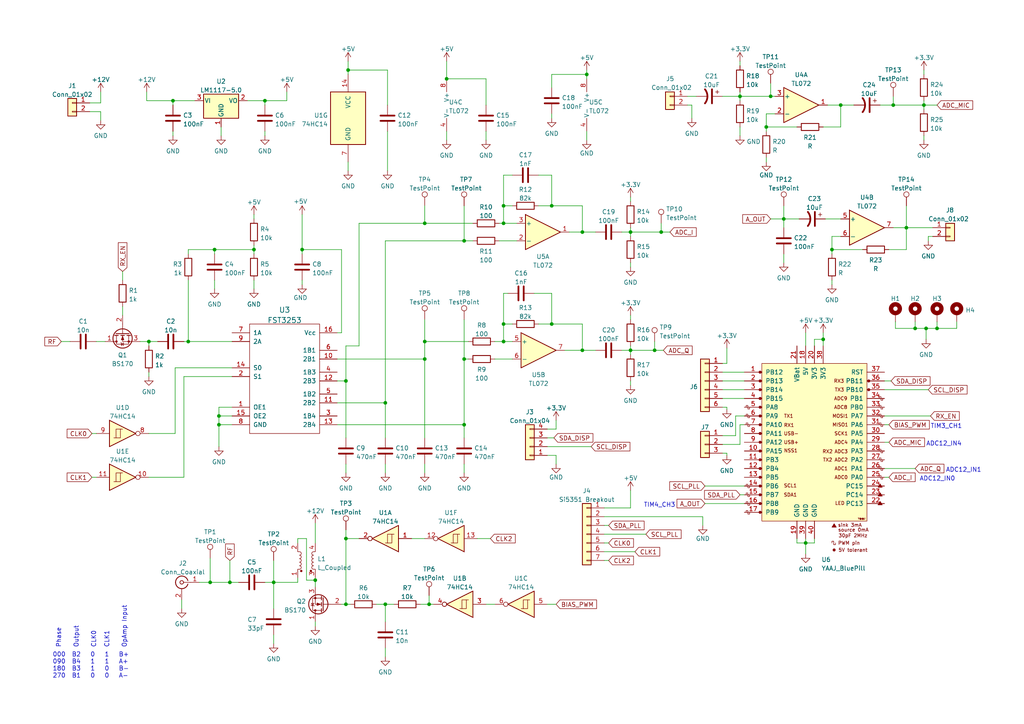
<source format=kicad_sch>
(kicad_sch (version 20211123) (generator eeschema)

  (uuid cfa9cd05-9603-46d5-b474-29a2d6124038)

  (paper "A4")

  

  (junction (at 62.23 72.39) (diameter 0) (color 0 0 0 0)
    (uuid 118788c2-d181-41ac-9cbd-c512dc3adb82)
  )
  (junction (at 60.96 168.91) (diameter 0) (color 0 0 0 0)
    (uuid 13085af3-7bd8-43b8-beef-92f1e8e982fc)
  )
  (junction (at 146.05 59.69) (diameter 0) (color 0 0 0 0)
    (uuid 13428218-0a65-44b6-b08d-cf0730c0cd0f)
  )
  (junction (at 160.02 59.69) (diameter 0) (color 0 0 0 0)
    (uuid 1901717c-1f5f-43dd-9370-d13f3aecf5bf)
  )
  (junction (at 267.97 30.48) (diameter 0) (color 0 0 0 0)
    (uuid 1a425413-4e3e-47dd-9a8f-197ab21a34f3)
  )
  (junction (at 100.965 20.32) (diameter 0) (color 0 0 0 0)
    (uuid 1f9a252b-d0e3-40a1-af05-36b545ec1908)
  )
  (junction (at 191.77 67.31) (diameter 0) (color 0 0 0 0)
    (uuid 263fcb62-8271-4cf6-8235-47231e0fcee9)
  )
  (junction (at 222.25 36.83) (diameter 0) (color 0 0 0 0)
    (uuid 2a00cc16-ff7e-4612-b94d-bb5628c69ca6)
  )
  (junction (at 168.91 67.31) (diameter 0) (color 0 0 0 0)
    (uuid 2a497385-098e-431d-a873-fcdc53acdcb7)
  )
  (junction (at 134.62 123.19) (diameter 0) (color 0 0 0 0)
    (uuid 2ac8fadc-60b4-4ef8-b7a6-ce2781e43973)
  )
  (junction (at 87.63 72.39) (diameter 0) (color 0 0 0 0)
    (uuid 2bf6097c-a364-4879-86f9-95ddd6eba2c4)
  )
  (junction (at 146.05 64.77) (diameter 0) (color 0 0 0 0)
    (uuid 30542b3e-e00f-4a3b-a705-9428f2abc665)
  )
  (junction (at 123.19 99.06) (diameter 0) (color 0 0 0 0)
    (uuid 37aae2cf-b7f4-4041-98c0-702bfb857630)
  )
  (junction (at 63.5 123.19) (diameter 0) (color 0 0 0 0)
    (uuid 389cff47-8a4c-4249-9798-55d927218d8c)
  )
  (junction (at 168.91 101.6) (diameter 0) (color 0 0 0 0)
    (uuid 39b47703-34bb-4961-a661-db8b1c6aff0e)
  )
  (junction (at 66.675 168.91) (diameter 0) (color 0 0 0 0)
    (uuid 3a8ce603-f234-4947-83d1-a5d511a0dbc3)
  )
  (junction (at 111.76 116.84) (diameter 0) (color 0 0 0 0)
    (uuid 409327bb-c6e7-4669-9720-f0f427e24ef4)
  )
  (junction (at 100.33 110.49) (diameter 0) (color 0 0 0 0)
    (uuid 4cfd7f71-31de-4d3c-88df-90d4e490fecc)
  )
  (junction (at 63.5 120.65) (diameter 0) (color 0 0 0 0)
    (uuid 4ec42e36-9928-43bb-b9e4-a857fe7d18dc)
  )
  (junction (at 76.835 29.21) (diameter 0) (color 0 0 0 0)
    (uuid 56c260b7-4d73-4292-88c5-900ead39bef7)
  )
  (junction (at 123.19 104.14) (diameter 0) (color 0 0 0 0)
    (uuid 5c201862-909f-49c3-9325-fd14eb6c446c)
  )
  (junction (at 123.19 64.77) (diameter 0) (color 0 0 0 0)
    (uuid 65a44171-499e-4571-941d-c6d5b1bf7d5a)
  )
  (junction (at 100.33 175.26) (diameter 0) (color 0 0 0 0)
    (uuid 670db3e9-6800-411e-9ec6-dbcc7f09948d)
  )
  (junction (at 182.88 67.31) (diameter 0) (color 0 0 0 0)
    (uuid 678ecd2c-3e98-47a3-8372-99c3c5ceb4ae)
  )
  (junction (at 134.62 104.14) (diameter 0) (color 0 0 0 0)
    (uuid 67bf39c9-17f2-4d19-be2f-dc791d353bbe)
  )
  (junction (at 189.865 101.6) (diameter 0) (color 0 0 0 0)
    (uuid 6bcc74c3-3a15-4ad9-a4fd-8cd8673f626a)
  )
  (junction (at 54.61 99.06) (diameter 0) (color 0 0 0 0)
    (uuid 7855d124-27ac-4435-b2ed-b83e63f20315)
  )
  (junction (at 134.62 69.85) (diameter 0) (color 0 0 0 0)
    (uuid 7a64ab9e-0885-4114-a842-8298d4c2c841)
  )
  (junction (at 262.89 66.04) (diameter 0) (color 0 0 0 0)
    (uuid 7b3d6c36-fdf2-4a1b-a49f-12ea2b707d37)
  )
  (junction (at 238.76 98.425) (diameter 0) (color 0 0 0 0)
    (uuid 7e1453ea-6f76-43a2-b97e-fed134a59d56)
  )
  (junction (at 227.33 63.5) (diameter 0) (color 0 0 0 0)
    (uuid 812c6207-9612-4c2e-9634-682e4c865c9a)
  )
  (junction (at 43.18 99.06) (diameter 0) (color 0 0 0 0)
    (uuid 887c00ae-f00c-43df-b157-8d5155c0602c)
  )
  (junction (at 223.52 27.94) (diameter 0) (color 0 0 0 0)
    (uuid 8a97eb42-2dba-4407-a7de-3843e0ac4751)
  )
  (junction (at 100.33 156.21) (diameter 0) (color 0 0 0 0)
    (uuid 911ac92f-dc8f-473f-a819-6ec44a97da57)
  )
  (junction (at 259.08 30.48) (diameter 0) (color 0 0 0 0)
    (uuid 912ffd03-dc69-4763-b145-567882d2ddb6)
  )
  (junction (at 271.78 95.25) (diameter 0) (color 0 0 0 0)
    (uuid 9cf027a8-abfc-471d-b268-17543aa5b0cc)
  )
  (junction (at 233.68 157.48) (diameter 0) (color 0 0 0 0)
    (uuid a092338a-8058-41e0-afe9-756ea88020bf)
  )
  (junction (at 129.54 22.86) (diameter 0) (color 0 0 0 0)
    (uuid a3537a34-bbf6-46a9-94ba-d3ed1793992f)
  )
  (junction (at 241.3 72.39) (diameter 0) (color 0 0 0 0)
    (uuid a4a37850-ef95-4439-8b65-c0c50d0d72df)
  )
  (junction (at 91.44 168.275) (diameter 0) (color 0 0 0 0)
    (uuid aef0e9cf-d6eb-48d5-9738-ba3a43b460c0)
  )
  (junction (at 214.63 27.94) (diameter 0) (color 0 0 0 0)
    (uuid af255be1-efc7-4fc1-92f5-1c36f1ce7842)
  )
  (junction (at 243.84 30.48) (diameter 0) (color 0 0 0 0)
    (uuid b4a54540-7c4b-4187-bb22-1dbcb05f60fa)
  )
  (junction (at 146.05 99.06) (diameter 0) (color 0 0 0 0)
    (uuid b817eaae-cb4e-4da1-8351-6bd31446a928)
  )
  (junction (at 170.18 21.59) (diameter 0) (color 0 0 0 0)
    (uuid b9459263-bd7b-449e-9e49-70e9937d6f20)
  )
  (junction (at 146.05 93.98) (diameter 0) (color 0 0 0 0)
    (uuid bbac73ef-b4f1-4a7f-97f2-f942f5c00496)
  )
  (junction (at 268.605 95.25) (diameter 0) (color 0 0 0 0)
    (uuid cb32bb7d-2d61-4482-bd9c-335d25b5ac4d)
  )
  (junction (at 79.375 168.91) (diameter 0) (color 0 0 0 0)
    (uuid cb9fda80-d696-4d63-9a03-ac7e280fc27a)
  )
  (junction (at 182.88 101.6) (diameter 0) (color 0 0 0 0)
    (uuid cf496ca2-03e4-4340-a5bc-b3e150b90320)
  )
  (junction (at 73.66 72.39) (diameter 0) (color 0 0 0 0)
    (uuid da013340-3c24-403d-8836-9f9c162ccf4f)
  )
  (junction (at 124.46 175.26) (diameter 0) (color 0 0 0 0)
    (uuid ea05b4d5-8886-488a-b60b-64651f6dd582)
  )
  (junction (at 50.165 29.21) (diameter 0) (color 0 0 0 0)
    (uuid ef5f9ace-3b99-4abe-ad15-9c7f02655b0d)
  )
  (junction (at 160.02 93.98) (diameter 0) (color 0 0 0 0)
    (uuid f68ca172-40f3-4104-9be2-9cf1abf634eb)
  )
  (junction (at 111.76 175.26) (diameter 0) (color 0 0 0 0)
    (uuid f753612d-5bfd-44a5-996d-f299114abb27)
  )
  (junction (at 265.43 95.25) (diameter 0) (color 0 0 0 0)
    (uuid fe3b078b-dc39-4a12-879c-ea48c09798c4)
  )

  (wire (pts (xy 233.68 156.21) (xy 233.68 157.48))
    (stroke (width 0) (type default) (color 0 0 0 0))
    (uuid 00883efb-1f28-4126-8694-6aa4262a575e)
  )
  (wire (pts (xy 231.14 157.48) (xy 233.68 157.48))
    (stroke (width 0) (type default) (color 0 0 0 0))
    (uuid 02642004-ad77-45f3-aa96-e973ffb27d51)
  )
  (wire (pts (xy 160.02 93.98) (xy 168.91 93.98))
    (stroke (width 0) (type default) (color 0 0 0 0))
    (uuid 030d3073-06c6-4697-8a0d-d89674643663)
  )
  (wire (pts (xy 256.54 128.27) (xy 257.81 128.27))
    (stroke (width 0) (type default) (color 0 0 0 0))
    (uuid 031e8a53-b150-47f0-a273-0fae3f703cb1)
  )
  (wire (pts (xy 170.18 21.59) (xy 170.18 22.86))
    (stroke (width 0) (type default) (color 0 0 0 0))
    (uuid 034d6760-2f2a-427b-8a3b-388d87aaa248)
  )
  (wire (pts (xy 182.88 110.49) (xy 182.88 111.76))
    (stroke (width 0) (type default) (color 0 0 0 0))
    (uuid 03b4b33c-50e4-464c-a171-dc20d1ba4d6d)
  )
  (wire (pts (xy 189.865 99.06) (xy 189.865 101.6))
    (stroke (width 0) (type default) (color 0 0 0 0))
    (uuid 061afcba-1633-4069-91dd-43d63001e1e2)
  )
  (wire (pts (xy 100.965 20.32) (xy 100.965 21.59))
    (stroke (width 0) (type default) (color 0 0 0 0))
    (uuid 0785a29b-d758-42f8-85eb-1dea6067bbee)
  )
  (wire (pts (xy 63.5 123.19) (xy 67.31 123.19))
    (stroke (width 0) (type default) (color 0 0 0 0))
    (uuid 080a3865-8d49-4d4b-8300-65bfd1b135d7)
  )
  (wire (pts (xy 175.26 152.4) (xy 176.53 152.4))
    (stroke (width 0) (type default) (color 0 0 0 0))
    (uuid 081d5f3d-bc54-45a4-a4ea-ab138c3846ec)
  )
  (wire (pts (xy 168.91 67.31) (xy 172.72 67.31))
    (stroke (width 0) (type default) (color 0 0 0 0))
    (uuid 0920a59f-fa4e-42af-856f-660052e02eee)
  )
  (wire (pts (xy 123.19 104.14) (xy 123.19 127))
    (stroke (width 0) (type default) (color 0 0 0 0))
    (uuid 0be498c7-4ccb-442c-beaf-903eb8701bb6)
  )
  (wire (pts (xy 262.89 59.69) (xy 262.89 66.04))
    (stroke (width 0) (type default) (color 0 0 0 0))
    (uuid 0c208e67-3234-4916-adc8-b44edbf31aa7)
  )
  (wire (pts (xy 175.26 162.56) (xy 176.53 162.56))
    (stroke (width 0) (type default) (color 0 0 0 0))
    (uuid 0c8811b8-1d60-4160-84d8-6724c15fb851)
  )
  (wire (pts (xy 104.14 100.33) (xy 104.14 64.77))
    (stroke (width 0) (type default) (color 0 0 0 0))
    (uuid 0c90225f-edf0-4fce-abd3-1711b58321c4)
  )
  (wire (pts (xy 168.91 59.69) (xy 168.91 67.31))
    (stroke (width 0) (type default) (color 0 0 0 0))
    (uuid 0d090514-7f7e-4315-ba8c-a77cb257e8fa)
  )
  (wire (pts (xy 62.23 72.39) (xy 54.61 72.39))
    (stroke (width 0) (type default) (color 0 0 0 0))
    (uuid 0e496933-414b-421f-bc01-639ea1e13f67)
  )
  (wire (pts (xy 243.84 36.83) (xy 243.84 30.48))
    (stroke (width 0) (type default) (color 0 0 0 0))
    (uuid 111de3b4-b4e0-4edf-810b-546f00273dcb)
  )
  (wire (pts (xy 143.51 99.06) (xy 146.05 99.06))
    (stroke (width 0) (type default) (color 0 0 0 0))
    (uuid 1315a29d-ba3f-4aad-ad43-c327a3983a80)
  )
  (wire (pts (xy 160.02 50.8) (xy 160.02 59.69))
    (stroke (width 0) (type default) (color 0 0 0 0))
    (uuid 1332def0-2afb-4804-8362-0cf130152449)
  )
  (wire (pts (xy 241.3 68.58) (xy 243.84 68.58))
    (stroke (width 0) (type default) (color 0 0 0 0))
    (uuid 1388d00f-7ea6-41c8-9488-b83abfb3c346)
  )
  (wire (pts (xy 210.82 131.445) (xy 210.82 132.08))
    (stroke (width 0) (type default) (color 0 0 0 0))
    (uuid 148409a5-f3ae-429a-ba61-85765a74011a)
  )
  (wire (pts (xy 267.97 20.32) (xy 267.97 21.59))
    (stroke (width 0) (type default) (color 0 0 0 0))
    (uuid 14ae7189-5bac-4a1d-8a55-5036fcbe6284)
  )
  (wire (pts (xy 158.75 127) (xy 160.655 127))
    (stroke (width 0) (type default) (color 0 0 0 0))
    (uuid 152ae621-91d6-4ccb-9224-8d9a125f1b39)
  )
  (wire (pts (xy 87.63 81.28) (xy 87.63 82.55))
    (stroke (width 0) (type default) (color 0 0 0 0))
    (uuid 1564454a-82be-43c2-a2e9-e03e291a1c1d)
  )
  (wire (pts (xy 111.76 175.26) (xy 114.3 175.26))
    (stroke (width 0) (type default) (color 0 0 0 0))
    (uuid 198732bd-6351-468a-b085-e27e1ff28ceb)
  )
  (wire (pts (xy 269.24 68.58) (xy 270.51 68.58))
    (stroke (width 0) (type default) (color 0 0 0 0))
    (uuid 19eda56c-3fdf-426f-9e5d-00eac448b8f4)
  )
  (wire (pts (xy 26.67 138.43) (xy 27.94 138.43))
    (stroke (width 0) (type default) (color 0 0 0 0))
    (uuid 1a23bc91-02c7-4670-adfb-445ac4d3831a)
  )
  (wire (pts (xy 182.88 67.31) (xy 182.88 68.58))
    (stroke (width 0) (type default) (color 0 0 0 0))
    (uuid 1a860ecd-6133-4578-b98b-5078a51b899d)
  )
  (wire (pts (xy 129.54 17.78) (xy 129.54 22.86))
    (stroke (width 0) (type default) (color 0 0 0 0))
    (uuid 1aba2b23-cd71-4dbb-9ef1-2efa93d11392)
  )
  (wire (pts (xy 146.05 64.77) (xy 149.86 64.77))
    (stroke (width 0) (type default) (color 0 0 0 0))
    (uuid 1af82a59-023b-4f29-a924-2e8805e4948a)
  )
  (wire (pts (xy 91.44 168.275) (xy 91.44 170.18))
    (stroke (width 0) (type default) (color 0 0 0 0))
    (uuid 1b19fc82-5eba-4063-822f-6ad441a3ff7e)
  )
  (wire (pts (xy 43.18 99.06) (xy 45.72 99.06))
    (stroke (width 0) (type default) (color 0 0 0 0))
    (uuid 1bd587cf-e458-4600-be8f-44f16734b75b)
  )
  (wire (pts (xy 63.5 123.19) (xy 63.5 129.54))
    (stroke (width 0) (type default) (color 0 0 0 0))
    (uuid 1c6caab3-34fc-4c77-8b73-15f9258c301b)
  )
  (wire (pts (xy 76.835 38.1) (xy 76.835 39.37))
    (stroke (width 0) (type default) (color 0 0 0 0))
    (uuid 1d0e3a1b-2be7-4e15-a2ed-ccd34314efef)
  )
  (wire (pts (xy 209.55 126.365) (xy 213.36 126.365))
    (stroke (width 0) (type default) (color 0 0 0 0))
    (uuid 1d613996-f9d6-496e-b4ca-eb120745c729)
  )
  (wire (pts (xy 158.75 132.08) (xy 161.29 132.08))
    (stroke (width 0) (type default) (color 0 0 0 0))
    (uuid 1df113eb-9e7e-41cd-b905-5c38b47ae42b)
  )
  (wire (pts (xy 175.26 154.94) (xy 187.325 154.94))
    (stroke (width 0) (type default) (color 0 0 0 0))
    (uuid 1f817b63-9a8c-4654-80a1-e27eacdec1e7)
  )
  (wire (pts (xy 191.77 67.31) (xy 194.31 67.31))
    (stroke (width 0) (type default) (color 0 0 0 0))
    (uuid 2196e22c-6af2-4f8b-80cd-01a3001bee82)
  )
  (wire (pts (xy 209.55 118.11) (xy 210.82 118.11))
    (stroke (width 0) (type default) (color 0 0 0 0))
    (uuid 22957b5a-c95e-4b11-9b31-467b1827f7d3)
  )
  (wire (pts (xy 100.33 110.49) (xy 100.33 127))
    (stroke (width 0) (type default) (color 0 0 0 0))
    (uuid 22b3a380-3fcd-4e63-8616-8b6155103a01)
  )
  (wire (pts (xy 137.16 69.85) (xy 134.62 69.85))
    (stroke (width 0) (type default) (color 0 0 0 0))
    (uuid 22c0f2e4-2a60-4f98-a0e8-0cad5fa85ce1)
  )
  (wire (pts (xy 257.81 123.19) (xy 256.54 123.19))
    (stroke (width 0) (type default) (color 0 0 0 0))
    (uuid 232d142e-3436-45d2-93af-f4b1747c9b20)
  )
  (wire (pts (xy 140.97 38.1) (xy 140.97 40.64))
    (stroke (width 0) (type default) (color 0 0 0 0))
    (uuid 23baacfe-15cd-4201-9618-c1c2030f5bdd)
  )
  (wire (pts (xy 227.33 66.04) (xy 227.33 63.5))
    (stroke (width 0) (type default) (color 0 0 0 0))
    (uuid 24118d5c-3154-4d1a-943d-404403269584)
  )
  (wire (pts (xy 214.63 36.83) (xy 214.63 39.37))
    (stroke (width 0) (type default) (color 0 0 0 0))
    (uuid 24532b75-da97-4577-989c-b5f21ce3b6eb)
  )
  (wire (pts (xy 99.06 72.39) (xy 87.63 72.39))
    (stroke (width 0) (type default) (color 0 0 0 0))
    (uuid 2658638a-631a-4603-b4bb-a07a7eead328)
  )
  (wire (pts (xy 143.51 104.14) (xy 148.59 104.14))
    (stroke (width 0) (type default) (color 0 0 0 0))
    (uuid 26aefdf7-a375-4ec6-8f9e-0d921b08475e)
  )
  (wire (pts (xy 238.76 96.52) (xy 238.76 98.425))
    (stroke (width 0) (type default) (color 0 0 0 0))
    (uuid 27771ad2-468c-4146-8e60-bdf49e77a5f1)
  )
  (wire (pts (xy 269.24 113.03) (xy 256.54 113.03))
    (stroke (width 0) (type default) (color 0 0 0 0))
    (uuid 27a0f816-9c3e-434b-8e07-04f87ddcffe0)
  )
  (wire (pts (xy 91.44 167.64) (xy 91.44 168.275))
    (stroke (width 0) (type default) (color 0 0 0 0))
    (uuid 27afb6b1-a979-4106-8a0e-3093c33c91cd)
  )
  (wire (pts (xy 213.36 126.365) (xy 213.36 120.65))
    (stroke (width 0) (type default) (color 0 0 0 0))
    (uuid 2989dacf-96a4-4ec4-817d-44cecc08e1a5)
  )
  (wire (pts (xy 112.395 20.32) (xy 112.395 30.48))
    (stroke (width 0) (type default) (color 0 0 0 0))
    (uuid 2a4058f9-10d3-456f-abbe-c1e261822a2f)
  )
  (wire (pts (xy 213.36 120.65) (xy 215.9 120.65))
    (stroke (width 0) (type default) (color 0 0 0 0))
    (uuid 2a75184e-7571-45f7-9171-b22c6f37a982)
  )
  (wire (pts (xy 175.26 149.86) (xy 203.835 149.86))
    (stroke (width 0) (type default) (color 0 0 0 0))
    (uuid 2a99848c-d5de-4d4a-bc86-d7f2f3fcb70d)
  )
  (wire (pts (xy 63.5 118.11) (xy 63.5 120.65))
    (stroke (width 0) (type default) (color 0 0 0 0))
    (uuid 2cc2e233-4306-48be-b0c4-6ddb248cc31e)
  )
  (wire (pts (xy 239.395 63.5) (xy 243.84 63.5))
    (stroke (width 0) (type default) (color 0 0 0 0))
    (uuid 2d356308-aeaf-4f93-b73d-3abce19b3946)
  )
  (wire (pts (xy 241.3 73.66) (xy 241.3 72.39))
    (stroke (width 0) (type default) (color 0 0 0 0))
    (uuid 2dccf0e2-3941-40bd-b5c7-5eb69532c043)
  )
  (wire (pts (xy 200.66 30.48) (xy 200.66 34.29))
    (stroke (width 0) (type default) (color 0 0 0 0))
    (uuid 2e075f01-bc79-4b6b-b861-f295984720ec)
  )
  (wire (pts (xy 262.89 66.04) (xy 270.51 66.04))
    (stroke (width 0) (type default) (color 0 0 0 0))
    (uuid 3147d321-eaae-4b1b-a937-493c272ee75d)
  )
  (wire (pts (xy 241.3 72.39) (xy 241.3 68.58))
    (stroke (width 0) (type default) (color 0 0 0 0))
    (uuid 329256cf-77d3-449d-8e34-032c8402af2d)
  )
  (wire (pts (xy 236.22 157.48) (xy 236.22 156.21))
    (stroke (width 0) (type default) (color 0 0 0 0))
    (uuid 33d45c02-7e6c-474e-960d-0b0b839e654a)
  )
  (wire (pts (xy 209.55 105.41) (xy 210.82 105.41))
    (stroke (width 0) (type default) (color 0 0 0 0))
    (uuid 35d08951-e8ac-4640-973c-db3ffa583923)
  )
  (wire (pts (xy 170.18 21.59) (xy 160.02 21.59))
    (stroke (width 0) (type default) (color 0 0 0 0))
    (uuid 36059a97-5c8d-4c56-8b92-f3604f10c69e)
  )
  (wire (pts (xy 199.39 30.48) (xy 200.66 30.48))
    (stroke (width 0) (type default) (color 0 0 0 0))
    (uuid 365c81b2-4e46-4c3a-9ef6-48f32b2ac524)
  )
  (wire (pts (xy 182.88 66.04) (xy 182.88 67.31))
    (stroke (width 0) (type default) (color 0 0 0 0))
    (uuid 37265181-b1e1-4d9e-9c3f-8c88143927e0)
  )
  (wire (pts (xy 233.68 157.48) (xy 236.22 157.48))
    (stroke (width 0) (type default) (color 0 0 0 0))
    (uuid 38c49fe9-688e-4c07-818d-1711b33af5ad)
  )
  (wire (pts (xy 257.81 72.39) (xy 262.89 72.39))
    (stroke (width 0) (type default) (color 0 0 0 0))
    (uuid 3acf52d6-5099-46c4-99b9-28e5f3ee620a)
  )
  (wire (pts (xy 100.33 175.26) (xy 100.33 156.21))
    (stroke (width 0) (type default) (color 0 0 0 0))
    (uuid 3b699dc5-e15d-4ea1-9daa-6ff243fd9249)
  )
  (wire (pts (xy 156.21 50.8) (xy 160.02 50.8))
    (stroke (width 0) (type default) (color 0 0 0 0))
    (uuid 3bb798dd-ebec-4b98-95a8-9f929e29e646)
  )
  (wire (pts (xy 87.63 62.23) (xy 87.63 72.39))
    (stroke (width 0) (type default) (color 0 0 0 0))
    (uuid 3bc6825c-d3da-4713-8b5c-b9003944cd69)
  )
  (wire (pts (xy 100.33 110.49) (xy 100.33 100.33))
    (stroke (width 0) (type default) (color 0 0 0 0))
    (uuid 3c10cfb1-7f13-4fa3-b032-35d9a324ab39)
  )
  (wire (pts (xy 111.76 175.26) (xy 111.76 180.34))
    (stroke (width 0) (type default) (color 0 0 0 0))
    (uuid 3c73e90e-5e55-4c04-809a-a9831737461c)
  )
  (wire (pts (xy 27.94 99.06) (xy 30.48 99.06))
    (stroke (width 0) (type default) (color 0 0 0 0))
    (uuid 3e3644b2-8b88-4f29-82ab-532b3b280a0e)
  )
  (wire (pts (xy 134.62 59.69) (xy 134.62 69.85))
    (stroke (width 0) (type default) (color 0 0 0 0))
    (uuid 3e719cfe-0485-4421-a326-0892954f24e1)
  )
  (wire (pts (xy 227.33 59.69) (xy 227.33 63.5))
    (stroke (width 0) (type default) (color 0 0 0 0))
    (uuid 3f54401f-6ccd-43e9-8f62-64d3df4493c7)
  )
  (wire (pts (xy 146.05 93.98) (xy 146.05 85.09))
    (stroke (width 0) (type default) (color 0 0 0 0))
    (uuid 3fc3f042-ca5b-40bb-92d5-3e9bc18897d6)
  )
  (wire (pts (xy 29.21 32.385) (xy 29.21 34.925))
    (stroke (width 0) (type default) (color 0 0 0 0))
    (uuid 3fd18252-69cd-4f8f-963e-e39063f42481)
  )
  (wire (pts (xy 259.715 95.25) (xy 265.43 95.25))
    (stroke (width 0) (type default) (color 0 0 0 0))
    (uuid 403d9de4-3624-4dc3-98af-5bca7da7b640)
  )
  (wire (pts (xy 146.05 99.06) (xy 146.05 93.98))
    (stroke (width 0) (type default) (color 0 0 0 0))
    (uuid 42aa27a3-7176-448f-bab8-7e8da54316fb)
  )
  (wire (pts (xy 214.63 27.94) (xy 214.63 29.21))
    (stroke (width 0) (type default) (color 0 0 0 0))
    (uuid 471bc546-f77f-404d-a459-2865468640e1)
  )
  (wire (pts (xy 123.19 92.71) (xy 123.19 99.06))
    (stroke (width 0) (type default) (color 0 0 0 0))
    (uuid 480113c8-df1d-419c-b768-1c3e86642f6a)
  )
  (wire (pts (xy 123.19 64.77) (xy 137.16 64.77))
    (stroke (width 0) (type default) (color 0 0 0 0))
    (uuid 494e33d7-1484-45fd-b437-e235ffed881a)
  )
  (wire (pts (xy 62.23 72.39) (xy 62.23 73.66))
    (stroke (width 0) (type default) (color 0 0 0 0))
    (uuid 498ce1e8-3943-4853-9d8c-2d5f8b020b76)
  )
  (wire (pts (xy 63.5 120.65) (xy 67.31 120.65))
    (stroke (width 0) (type default) (color 0 0 0 0))
    (uuid 4be32149-8a08-44e3-a420-362a5fb9044f)
  )
  (wire (pts (xy 111.76 69.85) (xy 134.62 69.85))
    (stroke (width 0) (type default) (color 0 0 0 0))
    (uuid 4c7d33ae-960e-4391-9051-8f1d3b6ecfe5)
  )
  (wire (pts (xy 168.91 101.6) (xy 168.91 93.98))
    (stroke (width 0) (type default) (color 0 0 0 0))
    (uuid 4d671920-902d-4722-bfeb-1daebcab921d)
  )
  (wire (pts (xy 231.14 156.21) (xy 231.14 157.48))
    (stroke (width 0) (type default) (color 0 0 0 0))
    (uuid 5079de0c-abd9-49f1-82eb-274061ca849a)
  )
  (wire (pts (xy 119.38 156.21) (xy 123.19 156.21))
    (stroke (width 0) (type default) (color 0 0 0 0))
    (uuid 507b9ba0-9d00-4724-a470-9c8a3aee35e8)
  )
  (wire (pts (xy 267.97 39.37) (xy 267.97 40.64))
    (stroke (width 0) (type default) (color 0 0 0 0))
    (uuid 54419245-aec2-4246-987f-d6fa8fcff994)
  )
  (wire (pts (xy 256.54 120.65) (xy 269.875 120.65))
    (stroke (width 0) (type default) (color 0 0 0 0))
    (uuid 551cbfb0-1e1d-4004-a582-b99cb636b635)
  )
  (wire (pts (xy 158.75 175.26) (xy 161.29 175.26))
    (stroke (width 0) (type default) (color 0 0 0 0))
    (uuid 56023c5b-a884-4739-a4f1-f56bccc1b687)
  )
  (wire (pts (xy 160.02 21.59) (xy 160.02 25.4))
    (stroke (width 0) (type default) (color 0 0 0 0))
    (uuid 58086011-c9dd-4c6c-b721-a3c18d79ee7a)
  )
  (wire (pts (xy 269.24 69.85) (xy 269.24 68.58))
    (stroke (width 0) (type default) (color 0 0 0 0))
    (uuid 581f669a-ca98-42b6-bc63-33d325982f41)
  )
  (wire (pts (xy 209.55 107.95) (xy 215.9 107.95))
    (stroke (width 0) (type default) (color 0 0 0 0))
    (uuid 59068bb2-39ff-4349-b36e-33b398659c42)
  )
  (wire (pts (xy 124.46 175.26) (xy 125.73 175.26))
    (stroke (width 0) (type default) (color 0 0 0 0))
    (uuid 5a5a2fd3-2b09-4a04-be8e-aefb0bd5932c)
  )
  (wire (pts (xy 86.36 167.64) (xy 86.36 168.91))
    (stroke (width 0) (type default) (color 0 0 0 0))
    (uuid 5b2e9ca3-0a74-4703-bf31-5d413ab0538f)
  )
  (wire (pts (xy 88.9 168.275) (xy 88.9 156.21))
    (stroke (width 0) (type default) (color 0 0 0 0))
    (uuid 5b40cb15-ee96-486c-b531-842d2aa53199)
  )
  (wire (pts (xy 144.78 69.85) (xy 149.86 69.85))
    (stroke (width 0) (type default) (color 0 0 0 0))
    (uuid 5b88e83b-dc2c-4b8a-84d9-64f49cdc2190)
  )
  (wire (pts (xy 123.19 99.06) (xy 135.89 99.06))
    (stroke (width 0) (type default) (color 0 0 0 0))
    (uuid 5c6e7cbb-3b61-4da8-bccc-5641c7bbcf58)
  )
  (wire (pts (xy 138.43 156.21) (xy 142.24 156.21))
    (stroke (width 0) (type default) (color 0 0 0 0))
    (uuid 5dc036d4-f7d9-41f7-99a5-5624aeb207d7)
  )
  (wire (pts (xy 204.47 140.97) (xy 215.9 140.97))
    (stroke (width 0) (type default) (color 0 0 0 0))
    (uuid 5e52a5db-5e7a-4a68-b32e-c190fc989e7a)
  )
  (wire (pts (xy 277.495 95.25) (xy 277.495 93.345))
    (stroke (width 0) (type default) (color 0 0 0 0))
    (uuid 5edd79b7-d6ab-4d6e-9f03-fb2757f3b8fc)
  )
  (wire (pts (xy 175.26 160.02) (xy 184.15 160.02))
    (stroke (width 0) (type default) (color 0 0 0 0))
    (uuid 5ede96bd-4e2c-4319-a2f7-e1e8ffb0556c)
  )
  (wire (pts (xy 209.55 113.03) (xy 215.9 113.03))
    (stroke (width 0) (type default) (color 0 0 0 0))
    (uuid 5eec1020-25f5-4919-91ba-2dcc1212fc0e)
  )
  (wire (pts (xy 170.18 38.1) (xy 170.18 40.64))
    (stroke (width 0) (type default) (color 0 0 0 0))
    (uuid 5fa26e31-5010-4528-87c7-047a887ada1c)
  )
  (wire (pts (xy 161.29 121.92) (xy 161.29 124.46))
    (stroke (width 0) (type default) (color 0 0 0 0))
    (uuid 602f60be-4e0b-464c-a51e-723d94cbc3f2)
  )
  (wire (pts (xy 53.34 109.22) (xy 67.31 109.22))
    (stroke (width 0) (type default) (color 0 0 0 0))
    (uuid 6075b087-5cbf-4c6d-82bb-6e04e619fe4e)
  )
  (wire (pts (xy 91.44 151.765) (xy 91.44 157.48))
    (stroke (width 0) (type default) (color 0 0 0 0))
    (uuid 60a00c03-5a23-44e1-a481-a8c5e905cf52)
  )
  (wire (pts (xy 88.9 156.21) (xy 86.36 156.21))
    (stroke (width 0) (type default) (color 0 0 0 0))
    (uuid 60d376e8-ceab-40b8-9b75-630be4ad4c25)
  )
  (wire (pts (xy 100.33 100.33) (xy 104.14 100.33))
    (stroke (width 0) (type default) (color 0 0 0 0))
    (uuid 61b8aeb3-a6c2-4b71-a725-03f30d0717ca)
  )
  (wire (pts (xy 50.8 125.73) (xy 50.8 106.68))
    (stroke (width 0) (type default) (color 0 0 0 0))
    (uuid 62a3281d-5f63-4182-b7be-844c9941cff4)
  )
  (wire (pts (xy 134.62 123.19) (xy 134.62 127))
    (stroke (width 0) (type default) (color 0 0 0 0))
    (uuid 63386d13-b566-4456-ad2b-2ea886e46e6b)
  )
  (wire (pts (xy 52.705 173.99) (xy 52.705 176.53))
    (stroke (width 0) (type default) (color 0 0 0 0))
    (uuid 641054c4-eb18-4b48-b702-e8140e986622)
  )
  (wire (pts (xy 50.165 29.21) (xy 50.165 30.48))
    (stroke (width 0) (type default) (color 0 0 0 0))
    (uuid 66379e2d-0b51-4081-99b4-c340ee87d821)
  )
  (wire (pts (xy 97.79 96.52) (xy 99.06 96.52))
    (stroke (width 0) (type default) (color 0 0 0 0))
    (uuid 673c5da1-7e9c-477a-925d-2332d9226bd7)
  )
  (wire (pts (xy 182.88 142.24) (xy 182.88 147.32))
    (stroke (width 0) (type default) (color 0 0 0 0))
    (uuid 6771fcf3-c962-4b8e-8481-8ef42b3a078a)
  )
  (wire (pts (xy 53.34 138.43) (xy 43.18 138.43))
    (stroke (width 0) (type default) (color 0 0 0 0))
    (uuid 69be128b-bcba-405b-a019-280e344ed222)
  )
  (wire (pts (xy 227.33 73.66) (xy 227.33 76.2))
    (stroke (width 0) (type default) (color 0 0 0 0))
    (uuid 6ab8a896-0ded-4e22-a6c6-41a433df98bb)
  )
  (wire (pts (xy 140.97 175.26) (xy 143.51 175.26))
    (stroke (width 0) (type default) (color 0 0 0 0))
    (uuid 6afa735e-e6b2-4795-8173-da1292be36d7)
  )
  (wire (pts (xy 86.36 168.91) (xy 79.375 168.91))
    (stroke (width 0) (type default) (color 0 0 0 0))
    (uuid 6b53fda5-d070-4a02-aad5-e9342e42f58f)
  )
  (wire (pts (xy 111.76 134.62) (xy 111.76 137.16))
    (stroke (width 0) (type default) (color 0 0 0 0))
    (uuid 6bea2805-04f9-4398-b42b-3d86704b2762)
  )
  (wire (pts (xy 54.61 81.28) (xy 54.61 99.06))
    (stroke (width 0) (type default) (color 0 0 0 0))
    (uuid 6bf87724-5152-4e74-b3bb-d4ecba1eb536)
  )
  (wire (pts (xy 66.675 168.91) (xy 69.215 168.91))
    (stroke (width 0) (type default) (color 0 0 0 0))
    (uuid 6c21e4db-18d0-48b4-a082-7d3b40300379)
  )
  (wire (pts (xy 259.08 27.94) (xy 259.08 30.48))
    (stroke (width 0) (type default) (color 0 0 0 0))
    (uuid 6cef4895-fb98-4532-aa9a-f334b140cb36)
  )
  (wire (pts (xy 71.755 29.21) (xy 76.835 29.21))
    (stroke (width 0) (type default) (color 0 0 0 0))
    (uuid 6d260756-031d-43b6-9c8b-41c36f839e01)
  )
  (wire (pts (xy 271.78 93.345) (xy 271.78 95.25))
    (stroke (width 0) (type default) (color 0 0 0 0))
    (uuid 6d396e0f-b7db-467a-acd7-55694e69ccc4)
  )
  (wire (pts (xy 223.52 63.5) (xy 227.33 63.5))
    (stroke (width 0) (type default) (color 0 0 0 0))
    (uuid 6e0686f5-021c-4177-980c-a78a6dbd8e17)
  )
  (wire (pts (xy 111.76 187.96) (xy 111.76 190.5))
    (stroke (width 0) (type default) (color 0 0 0 0))
    (uuid 72cb77f0-b00f-4a09-979e-49d156b50ab0)
  )
  (wire (pts (xy 97.79 116.84) (xy 111.76 116.84))
    (stroke (width 0) (type default) (color 0 0 0 0))
    (uuid 72ee57b5-729b-4a3a-8448-363ab643f065)
  )
  (wire (pts (xy 182.88 101.6) (xy 189.865 101.6))
    (stroke (width 0) (type default) (color 0 0 0 0))
    (uuid 7453cafb-5ee6-4b99-84ff-da0b5508e70d)
  )
  (wire (pts (xy 86.36 156.21) (xy 86.36 157.48))
    (stroke (width 0) (type default) (color 0 0 0 0))
    (uuid 76a25e49-56a5-413a-a1aa-14e938805c5d)
  )
  (wire (pts (xy 50.165 29.21) (xy 56.515 29.21))
    (stroke (width 0) (type default) (color 0 0 0 0))
    (uuid 780c2ea4-5f4d-4b33-aa88-12cbc877845b)
  )
  (wire (pts (xy 222.25 38.1) (xy 222.25 36.83))
    (stroke (width 0) (type default) (color 0 0 0 0))
    (uuid 7814ba36-8511-44f2-9684-71bb36db84c1)
  )
  (wire (pts (xy 182.88 67.31) (xy 191.77 67.31))
    (stroke (width 0) (type default) (color 0 0 0 0))
    (uuid 7b581787-3059-44be-8c1b-ae838c154f65)
  )
  (wire (pts (xy 66.675 162.56) (xy 66.675 168.91))
    (stroke (width 0) (type default) (color 0 0 0 0))
    (uuid 7b98a2bf-ac8a-415f-b228-b3f4e4c3cc51)
  )
  (wire (pts (xy 262.89 72.39) (xy 262.89 66.04))
    (stroke (width 0) (type default) (color 0 0 0 0))
    (uuid 7c9a06f3-0176-402e-ac02-27f761108439)
  )
  (wire (pts (xy 134.62 134.62) (xy 134.62 137.16))
    (stroke (width 0) (type default) (color 0 0 0 0))
    (uuid 7de1515b-c591-443e-aa98-802597058555)
  )
  (wire (pts (xy 215.9 123.19) (xy 214.63 123.19))
    (stroke (width 0) (type default) (color 0 0 0 0))
    (uuid 7dfdfed4-a350-4b31-a6cb-d05beaafa07a)
  )
  (wire (pts (xy 158.75 124.46) (xy 161.29 124.46))
    (stroke (width 0) (type default) (color 0 0 0 0))
    (uuid 805b47dd-7f8d-4c6c-950b-54737a79118e)
  )
  (wire (pts (xy 189.865 101.6) (xy 192.405 101.6))
    (stroke (width 0) (type default) (color 0 0 0 0))
    (uuid 80c7369d-6c1b-41bd-a7f0-37faa41d1f2c)
  )
  (wire (pts (xy 134.62 92.71) (xy 134.62 104.14))
    (stroke (width 0) (type default) (color 0 0 0 0))
    (uuid 81aa464d-2152-4362-8abd-1481d15bc809)
  )
  (wire (pts (xy 112.395 20.32) (xy 100.965 20.32))
    (stroke (width 0) (type default) (color 0 0 0 0))
    (uuid 8217cb70-9017-4920-8a6f-7b6c1b2d14c2)
  )
  (wire (pts (xy 60.96 161.925) (xy 60.96 168.91))
    (stroke (width 0) (type default) (color 0 0 0 0))
    (uuid 8424a674-d6a8-4c0a-9ab1-c65184ba54cc)
  )
  (wire (pts (xy 146.05 59.69) (xy 146.05 50.8))
    (stroke (width 0) (type default) (color 0 0 0 0))
    (uuid 84fe7646-bb3d-45a9-ae96-164591bb4772)
  )
  (wire (pts (xy 50.8 106.68) (xy 67.31 106.68))
    (stroke (width 0) (type default) (color 0 0 0 0))
    (uuid 877fcef9-cca7-48b0-9efe-cbe8c3b8f647)
  )
  (wire (pts (xy 238.76 36.83) (xy 243.84 36.83))
    (stroke (width 0) (type default) (color 0 0 0 0))
    (uuid 8977446e-c252-4412-b48b-46c8cc4c6f10)
  )
  (wire (pts (xy 223.52 27.94) (xy 224.79 27.94))
    (stroke (width 0) (type default) (color 0 0 0 0))
    (uuid 8a2e71a9-c1bf-40c0-9415-bf00169308ae)
  )
  (wire (pts (xy 50.165 38.1) (xy 50.165 39.37))
    (stroke (width 0) (type default) (color 0 0 0 0))
    (uuid 8ae920cf-0ab4-4233-b7e9-fe2e167bdfb1)
  )
  (wire (pts (xy 243.84 30.48) (xy 240.03 30.48))
    (stroke (width 0) (type default) (color 0 0 0 0))
    (uuid 8b6cfccb-4ad3-464a-88f6-75b74dc8bf6d)
  )
  (wire (pts (xy 17.78 99.06) (xy 20.32 99.06))
    (stroke (width 0) (type default) (color 0 0 0 0))
    (uuid 8bb79127-90e3-4672-8b7f-38b4ca60faeb)
  )
  (wire (pts (xy 42.545 29.21) (xy 50.165 29.21))
    (stroke (width 0) (type default) (color 0 0 0 0))
    (uuid 8ca4dc3b-7333-4a80-8ec2-6f748e50076e)
  )
  (wire (pts (xy 182.88 100.33) (xy 182.88 101.6))
    (stroke (width 0) (type default) (color 0 0 0 0))
    (uuid 8cd7ca1c-cb8d-47c9-a06b-9bd8d4179fd3)
  )
  (wire (pts (xy 191.77 64.77) (xy 191.77 67.31))
    (stroke (width 0) (type default) (color 0 0 0 0))
    (uuid 8cf19575-a0a4-4ceb-bc71-630eb2853e19)
  )
  (wire (pts (xy 214.63 128.905) (xy 209.55 128.905))
    (stroke (width 0) (type default) (color 0 0 0 0))
    (uuid 8d9a7027-cda3-4550-a8b9-b65a5e3bed71)
  )
  (wire (pts (xy 146.05 64.77) (xy 146.05 59.69))
    (stroke (width 0) (type default) (color 0 0 0 0))
    (uuid 8dc44ab4-ab38-4f63-88c7-77a157a44e7f)
  )
  (wire (pts (xy 134.62 104.14) (xy 135.89 104.14))
    (stroke (width 0) (type default) (color 0 0 0 0))
    (uuid 8dcca965-9308-4dbf-a031-0fe69404708d)
  )
  (wire (pts (xy 222.25 36.83) (xy 231.14 36.83))
    (stroke (width 0) (type default) (color 0 0 0 0))
    (uuid 8e31b054-6cfd-4eed-ac34-7665b1b6d98c)
  )
  (wire (pts (xy 209.55 131.445) (xy 210.82 131.445))
    (stroke (width 0) (type default) (color 0 0 0 0))
    (uuid 8ee58a1f-b60e-4311-a0f9-fa002c156f59)
  )
  (wire (pts (xy 182.88 91.44) (xy 182.88 92.71))
    (stroke (width 0) (type default) (color 0 0 0 0))
    (uuid 8f0e556e-6e65-41cc-b2c3-d10f1bc2faa8)
  )
  (wire (pts (xy 57.785 168.91) (xy 60.96 168.91))
    (stroke (width 0) (type default) (color 0 0 0 0))
    (uuid 8f1307dd-f394-4789-9724-5d4dac68dc44)
  )
  (wire (pts (xy 204.47 146.05) (xy 215.9 146.05))
    (stroke (width 0) (type default) (color 0 0 0 0))
    (uuid 8f74ecb0-2c4a-429c-9de9-ea394585d039)
  )
  (wire (pts (xy 29.21 26.67) (xy 29.21 29.845))
    (stroke (width 0) (type default) (color 0 0 0 0))
    (uuid 8fa270d7-98ba-46c4-8fc6-b23d7717eb50)
  )
  (wire (pts (xy 210.82 100.965) (xy 210.82 105.41))
    (stroke (width 0) (type default) (color 0 0 0 0))
    (uuid 90530e2a-e635-4219-9f0f-f3073314acd7)
  )
  (wire (pts (xy 258.445 110.49) (xy 256.54 110.49))
    (stroke (width 0) (type default) (color 0 0 0 0))
    (uuid 9254169a-eab4-43d9-a7f8-ca22f5c9a231)
  )
  (wire (pts (xy 267.97 29.21) (xy 267.97 30.48))
    (stroke (width 0) (type default) (color 0 0 0 0))
    (uuid 936b1333-9e73-448c-8528-db055b8b7ab5)
  )
  (wire (pts (xy 144.78 64.77) (xy 146.05 64.77))
    (stroke (width 0) (type default) (color 0 0 0 0))
    (uuid 95b48fa4-4208-40da-8975-4b60ab1b4806)
  )
  (wire (pts (xy 100.33 153.67) (xy 100.33 156.21))
    (stroke (width 0) (type default) (color 0 0 0 0))
    (uuid 96a4ff40-b855-480c-8d5e-6a728cba500c)
  )
  (wire (pts (xy 236.22 98.425) (xy 236.22 100.33))
    (stroke (width 0) (type default) (color 0 0 0 0))
    (uuid 97acfd4d-7606-47ab-92b1-ac3aef8eabf4)
  )
  (wire (pts (xy 227.33 63.5) (xy 231.775 63.5))
    (stroke (width 0) (type default) (color 0 0 0 0))
    (uuid 98f26c01-4f2d-4a30-bba6-e82d55b36c29)
  )
  (wire (pts (xy 222.25 33.02) (xy 224.79 33.02))
    (stroke (width 0) (type default) (color 0 0 0 0))
    (uuid 9a0dd28d-d61b-4bfb-8604-b67d9bd0246d)
  )
  (wire (pts (xy 160.02 59.69) (xy 168.91 59.69))
    (stroke (width 0) (type default) (color 0 0 0 0))
    (uuid 9a9d67dd-4cee-4430-9131-723a983d6fca)
  )
  (wire (pts (xy 158.75 129.54) (xy 171.45 129.54))
    (stroke (width 0) (type default) (color 0 0 0 0))
    (uuid 9be641fc-26fa-403d-a9ec-a2be4b21d810)
  )
  (wire (pts (xy 140.97 22.86) (xy 140.97 30.48))
    (stroke (width 0) (type default) (color 0 0 0 0))
    (uuid 9dd7ee15-b733-498e-88cc-66d0c63df334)
  )
  (wire (pts (xy 265.43 95.25) (xy 268.605 95.25))
    (stroke (width 0) (type default) (color 0 0 0 0))
    (uuid 9e94bcd1-748c-452e-8568-d5b138612eb4)
  )
  (wire (pts (xy 124.46 172.72) (xy 124.46 175.26))
    (stroke (width 0) (type default) (color 0 0 0 0))
    (uuid 9f21ab2b-de41-489e-a1b0-f1de7b88ddc8)
  )
  (wire (pts (xy 83.185 26.67) (xy 83.185 29.21))
    (stroke (width 0) (type default) (color 0 0 0 0))
    (uuid 9fcf4c6e-9bca-4536-aeb1-aed560f8bcbc)
  )
  (wire (pts (xy 182.88 101.6) (xy 182.88 102.87))
    (stroke (width 0) (type default) (color 0 0 0 0))
    (uuid a02e3915-4b68-471b-9962-3491085575fc)
  )
  (wire (pts (xy 123.19 134.62) (xy 123.19 137.16))
    (stroke (width 0) (type default) (color 0 0 0 0))
    (uuid a09aba18-c07c-44fb-9421-045de9d29328)
  )
  (wire (pts (xy 160.02 93.98) (xy 160.02 85.09))
    (stroke (width 0) (type default) (color 0 0 0 0))
    (uuid a0db5c8e-92cf-4631-a58e-df422f751547)
  )
  (wire (pts (xy 134.62 123.19) (xy 134.62 104.14))
    (stroke (width 0) (type default) (color 0 0 0 0))
    (uuid a1036415-a990-4864-8e13-a52135e389ec)
  )
  (wire (pts (xy 236.22 98.425) (xy 238.76 98.425))
    (stroke (width 0) (type default) (color 0 0 0 0))
    (uuid a2d50350-391f-49f6-bf37-77a56f19f531)
  )
  (wire (pts (xy 233.68 157.48) (xy 233.68 160.655))
    (stroke (width 0) (type default) (color 0 0 0 0))
    (uuid a311f64a-eab4-4c52-a5df-5d4acab6fcd2)
  )
  (wire (pts (xy 209.55 27.94) (xy 214.63 27.94))
    (stroke (width 0) (type default) (color 0 0 0 0))
    (uuid a31eee0e-4cbe-43a5-86df-15b5764f341f)
  )
  (wire (pts (xy 100.33 175.26) (xy 101.6 175.26))
    (stroke (width 0) (type default) (color 0 0 0 0))
    (uuid a38bd947-3319-45bb-b6ee-6c9510452b28)
  )
  (wire (pts (xy 268.605 95.25) (xy 268.605 98.425))
    (stroke (width 0) (type default) (color 0 0 0 0))
    (uuid a38d240c-e885-4dd5-adc9-ac0c5f5567d4)
  )
  (wire (pts (xy 168.91 101.6) (xy 172.72 101.6))
    (stroke (width 0) (type default) (color 0 0 0 0))
    (uuid a62661e9-53c9-40d6-96ed-f7b00ea7a8e2)
  )
  (wire (pts (xy 163.83 101.6) (xy 168.91 101.6))
    (stroke (width 0) (type default) (color 0 0 0 0))
    (uuid a771fa70-56f5-42e3-b216-a9bf693c3be2)
  )
  (wire (pts (xy 199.39 27.94) (xy 201.93 27.94))
    (stroke (width 0) (type default) (color 0 0 0 0))
    (uuid a920d400-bed2-4977-b7bb-773756a92a9b)
  )
  (wire (pts (xy 109.22 175.26) (xy 111.76 175.26))
    (stroke (width 0) (type default) (color 0 0 0 0))
    (uuid aa429439-67f3-42c9-b76a-f1e4bea6032d)
  )
  (wire (pts (xy 268.605 95.25) (xy 271.78 95.25))
    (stroke (width 0) (type default) (color 0 0 0 0))
    (uuid ab48a877-682d-487d-94ce-01489fdbb448)
  )
  (wire (pts (xy 35.56 88.9) (xy 35.56 91.44))
    (stroke (width 0) (type default) (color 0 0 0 0))
    (uuid ad2eaf0e-4497-4a81-946c-6b03206ef81a)
  )
  (wire (pts (xy 43.18 99.06) (xy 43.18 100.33))
    (stroke (width 0) (type default) (color 0 0 0 0))
    (uuid ad63ca6f-c67f-4902-9b03-1c35a176924a)
  )
  (wire (pts (xy 262.89 66.04) (xy 259.08 66.04))
    (stroke (width 0) (type default) (color 0 0 0 0))
    (uuid ad8acec5-5174-4c3b-8cf4-1e44de1a4d9b)
  )
  (wire (pts (xy 42.545 26.67) (xy 42.545 29.21))
    (stroke (width 0) (type default) (color 0 0 0 0))
    (uuid adf8d80a-1c40-49bc-8a13-a926a000991e)
  )
  (wire (pts (xy 43.18 125.73) (xy 50.8 125.73))
    (stroke (width 0) (type default) (color 0 0 0 0))
    (uuid ae3ae0a1-9b57-4402-bef8-b1974f0aab14)
  )
  (wire (pts (xy 214.63 123.19) (xy 214.63 128.905))
    (stroke (width 0) (type default) (color 0 0 0 0))
    (uuid ae50e437-3f49-473c-b27c-74521a51dac9)
  )
  (wire (pts (xy 104.14 64.77) (xy 123.19 64.77))
    (stroke (width 0) (type default) (color 0 0 0 0))
    (uuid af2d9073-9aac-437b-9997-0f4040054991)
  )
  (wire (pts (xy 76.835 29.21) (xy 83.185 29.21))
    (stroke (width 0) (type default) (color 0 0 0 0))
    (uuid af9b973c-d9e8-4baa-8fe5-0157ea11a23c)
  )
  (wire (pts (xy 60.96 168.91) (xy 66.675 168.91))
    (stroke (width 0) (type default) (color 0 0 0 0))
    (uuid b09c7b5f-7b1f-4fc4-8848-ddb0afe8b057)
  )
  (wire (pts (xy 87.63 72.39) (xy 87.63 73.66))
    (stroke (width 0) (type default) (color 0 0 0 0))
    (uuid b0d4d6d8-ef60-42a3-a504-cb507ebee49c)
  )
  (wire (pts (xy 267.97 30.48) (xy 267.97 31.75))
    (stroke (width 0) (type default) (color 0 0 0 0))
    (uuid b1af0de9-0d2c-46de-80ee-4d7905bc8ce3)
  )
  (wire (pts (xy 214.63 17.78) (xy 214.63 19.05))
    (stroke (width 0) (type default) (color 0 0 0 0))
    (uuid b283d32b-e498-4b2a-af28-b84e459a171f)
  )
  (wire (pts (xy 238.76 98.425) (xy 238.76 100.33))
    (stroke (width 0) (type default) (color 0 0 0 0))
    (uuid b37fb402-1293-4fca-965a-45b7a5528093)
  )
  (wire (pts (xy 123.19 59.69) (xy 123.19 64.77))
    (stroke (width 0) (type default) (color 0 0 0 0))
    (uuid b387118a-b0f7-4b86-8c8c-860104ace91c)
  )
  (wire (pts (xy 35.56 78.74) (xy 35.56 81.28))
    (stroke (width 0) (type default) (color 0 0 0 0))
    (uuid b39b5fda-5eac-4b8a-a3bd-3bb5fb80e062)
  )
  (wire (pts (xy 256.54 135.89) (xy 265.43 135.89))
    (stroke (width 0) (type default) (color 0 0 0 0))
    (uuid b4029465-690f-45fa-8077-400042bc3ef5)
  )
  (wire (pts (xy 214.63 143.51) (xy 215.9 143.51))
    (stroke (width 0) (type default) (color 0 0 0 0))
    (uuid b4f8b33b-36d6-48e6-8e89-7aaba321ae0f)
  )
  (wire (pts (xy 146.05 99.06) (xy 148.59 99.06))
    (stroke (width 0) (type default) (color 0 0 0 0))
    (uuid b578d3e1-e9ae-42cf-8bd3-c096a0ccf02d)
  )
  (wire (pts (xy 146.05 50.8) (xy 148.59 50.8))
    (stroke (width 0) (type default) (color 0 0 0 0))
    (uuid b5ea02b4-ad87-400c-aa8d-5fc5989d0328)
  )
  (wire (pts (xy 73.66 71.12) (xy 73.66 72.39))
    (stroke (width 0) (type default) (color 0 0 0 0))
    (uuid b6b87e35-4264-4e43-aebc-8556694f1cf9)
  )
  (wire (pts (xy 53.34 109.22) (xy 53.34 138.43))
    (stroke (width 0) (type default) (color 0 0 0 0))
    (uuid b8ac2abc-6fbf-4875-8b6e-01082b8b4c64)
  )
  (wire (pts (xy 79.375 162.56) (xy 79.375 168.91))
    (stroke (width 0) (type default) (color 0 0 0 0))
    (uuid b936050e-9bd5-4a1b-9306-cca8338a06a2)
  )
  (wire (pts (xy 123.19 99.06) (xy 123.19 104.14))
    (stroke (width 0) (type default) (color 0 0 0 0))
    (uuid b9865b94-01b7-4d93-9f3c-dc62af642f36)
  )
  (wire (pts (xy 54.61 72.39) (xy 54.61 73.66))
    (stroke (width 0) (type default) (color 0 0 0 0))
    (uuid b9d2d087-2a20-44cd-b1c6-7d7c116a7cb0)
  )
  (wire (pts (xy 170.18 20.32) (xy 170.18 21.59))
    (stroke (width 0) (type default) (color 0 0 0 0))
    (uuid b9dc3c86-d45f-4a30-a35a-a81f11ec97e8)
  )
  (wire (pts (xy 175.26 147.32) (xy 182.88 147.32))
    (stroke (width 0) (type default) (color 0 0 0 0))
    (uuid bbbfd01c-a164-44df-8861-d516c90e8021)
  )
  (wire (pts (xy 160.02 33.02) (xy 160.02 34.29))
    (stroke (width 0) (type default) (color 0 0 0 0))
    (uuid bc3b034a-0ec2-4cc8-96dd-f6bfd64d5656)
  )
  (wire (pts (xy 100.965 46.99) (xy 100.965 49.53))
    (stroke (width 0) (type default) (color 0 0 0 0))
    (uuid beb1d2cc-6b06-4f76-9442-0c8a4102181a)
  )
  (wire (pts (xy 121.92 175.26) (xy 124.46 175.26))
    (stroke (width 0) (type default) (color 0 0 0 0))
    (uuid bed6ef7d-8b58-406e-a4b9-975e8170eab4)
  )
  (wire (pts (xy 53.34 99.06) (xy 54.61 99.06))
    (stroke (width 0) (type default) (color 0 0 0 0))
    (uuid bf2cd76c-0c0f-4a1d-ab66-7c0e07ba8b03)
  )
  (wire (pts (xy 255.27 30.48) (xy 259.08 30.48))
    (stroke (width 0) (type default) (color 0 0 0 0))
    (uuid c54436f0-4a63-4f26-993e-4500cb01d6ed)
  )
  (wire (pts (xy 222.25 36.83) (xy 222.25 33.02))
    (stroke (width 0) (type default) (color 0 0 0 0))
    (uuid c6ec25fb-9ce1-4bd3-bc32-802c508a66a3)
  )
  (wire (pts (xy 26.67 125.73) (xy 27.94 125.73))
    (stroke (width 0) (type default) (color 0 0 0 0))
    (uuid c767dffa-8b9a-433a-ba33-75a1e79d14f0)
  )
  (wire (pts (xy 73.66 62.23) (xy 73.66 63.5))
    (stroke (width 0) (type default) (color 0 0 0 0))
    (uuid c8cdfaaa-542c-4fae-8c5d-a979c3acc196)
  )
  (wire (pts (xy 203.835 149.86) (xy 203.835 152.4))
    (stroke (width 0) (type default) (color 0 0 0 0))
    (uuid ca9d566f-4014-4716-b746-2b20a836c432)
  )
  (wire (pts (xy 154.94 85.09) (xy 160.02 85.09))
    (stroke (width 0) (type default) (color 0 0 0 0))
    (uuid cbdd6348-0592-4fe2-b2b8-2b49965ce094)
  )
  (wire (pts (xy 26.035 29.845) (xy 29.21 29.845))
    (stroke (width 0) (type default) (color 0 0 0 0))
    (uuid cc890b3f-7a90-4f35-8dc3-ba1bb657ddae)
  )
  (wire (pts (xy 64.135 36.83) (xy 64.135 39.37))
    (stroke (width 0) (type default) (color 0 0 0 0))
    (uuid cd5a6d07-2ab3-43b8-bd86-bd827b9b26f9)
  )
  (wire (pts (xy 175.26 157.48) (xy 176.53 157.48))
    (stroke (width 0) (type default) (color 0 0 0 0))
    (uuid cd8780f4-449a-4e6f-afe5-58735192737d)
  )
  (wire (pts (xy 97.79 123.19) (xy 134.62 123.19))
    (stroke (width 0) (type default) (color 0 0 0 0))
    (uuid d04d3eb9-d41b-48ef-97a6-88856a3cd259)
  )
  (wire (pts (xy 112.395 38.1) (xy 112.395 49.53))
    (stroke (width 0) (type default) (color 0 0 0 0))
    (uuid d089ae4a-d09f-4412-9ed9-1de0abb6f544)
  )
  (wire (pts (xy 91.44 180.34) (xy 91.44 181.61))
    (stroke (width 0) (type default) (color 0 0 0 0))
    (uuid d2cb01ec-205f-41fd-83e3-ea4341a029e4)
  )
  (wire (pts (xy 146.05 85.09) (xy 147.32 85.09))
    (stroke (width 0) (type default) (color 0 0 0 0))
    (uuid d30ed75e-e52a-4cfc-b9aa-e0b6f7f37c2a)
  )
  (wire (pts (xy 233.68 96.52) (xy 233.68 100.33))
    (stroke (width 0) (type default) (color 0 0 0 0))
    (uuid d38fd2d0-82ac-4a66-96e9-bd42304acfba)
  )
  (wire (pts (xy 182.88 76.2) (xy 182.88 77.47))
    (stroke (width 0) (type default) (color 0 0 0 0))
    (uuid d417379e-f35e-4f7e-8a36-8cd642ca6510)
  )
  (wire (pts (xy 168.91 67.31) (xy 165.1 67.31))
    (stroke (width 0) (type default) (color 0 0 0 0))
    (uuid d41840bb-7e40-44eb-b7ca-66160500e92f)
  )
  (wire (pts (xy 259.715 93.345) (xy 259.715 95.25))
    (stroke (width 0) (type default) (color 0 0 0 0))
    (uuid d43ab5c7-8b08-461e-8d62-91d54aedb89c)
  )
  (wire (pts (xy 76.835 29.21) (xy 76.835 30.48))
    (stroke (width 0) (type default) (color 0 0 0 0))
    (uuid d5acc3fa-f445-4ac3-a6c7-d1347cd84a86)
  )
  (wire (pts (xy 129.54 38.1) (xy 129.54 40.64))
    (stroke (width 0) (type default) (color 0 0 0 0))
    (uuid d679460d-d9f8-4e27-a142-af2b2464b383)
  )
  (wire (pts (xy 223.52 24.13) (xy 223.52 27.94))
    (stroke (width 0) (type default) (color 0 0 0 0))
    (uuid d68f9799-e66e-49c3-812d-9b2dced1295d)
  )
  (wire (pts (xy 180.34 101.6) (xy 182.88 101.6))
    (stroke (width 0) (type default) (color 0 0 0 0))
    (uuid d82f2fa6-520a-46dc-962b-2ef2969792f8)
  )
  (wire (pts (xy 209.55 110.49) (xy 215.9 110.49))
    (stroke (width 0) (type default) (color 0 0 0 0))
    (uuid d92d65d0-8a78-486c-9208-47ceb7f6da95)
  )
  (wire (pts (xy 156.21 93.98) (xy 160.02 93.98))
    (stroke (width 0) (type default) (color 0 0 0 0))
    (uuid da50993d-bfcb-4994-bfbf-1ff698fc4ab6)
  )
  (wire (pts (xy 241.3 81.28) (xy 241.3 82.55))
    (stroke (width 0) (type default) (color 0 0 0 0))
    (uuid dccad827-bc47-4366-aacf-1b3e46a44b8b)
  )
  (wire (pts (xy 40.64 99.06) (xy 43.18 99.06))
    (stroke (width 0) (type default) (color 0 0 0 0))
    (uuid ddbea954-e7ed-4e3e-9999-22232bb3eaa9)
  )
  (wire (pts (xy 54.61 99.06) (xy 67.31 99.06))
    (stroke (width 0) (type default) (color 0 0 0 0))
    (uuid deec1485-08ac-4ced-af14-03872a03694f)
  )
  (wire (pts (xy 97.79 104.14) (xy 123.19 104.14))
    (stroke (width 0) (type default) (color 0 0 0 0))
    (uuid df71fc07-f200-4d3e-b487-5772beffccee)
  )
  (wire (pts (xy 222.25 45.72) (xy 222.25 46.99))
    (stroke (width 0) (type default) (color 0 0 0 0))
    (uuid dfab3fe9-82df-4b1a-9f05-0b12308f4355)
  )
  (wire (pts (xy 271.78 95.25) (xy 277.495 95.25))
    (stroke (width 0) (type default) (color 0 0 0 0))
    (uuid e0357042-d138-4813-b820-d1f6931d5758)
  )
  (wire (pts (xy 73.66 72.39) (xy 62.23 72.39))
    (stroke (width 0) (type default) (color 0 0 0 0))
    (uuid e03da8f4-d42f-4adb-a288-9c03efc16340)
  )
  (wire (pts (xy 73.66 81.28) (xy 73.66 83.82))
    (stroke (width 0) (type default) (color 0 0 0 0))
    (uuid e06b3ed2-2602-47bc-a483-9f0a186f0ad7)
  )
  (wire (pts (xy 100.33 156.21) (xy 104.14 156.21))
    (stroke (width 0) (type default) (color 0 0 0 0))
    (uuid e08325ae-d815-4d00-bd2a-eabf93106bf0)
  )
  (wire (pts (xy 156.21 59.69) (xy 160.02 59.69))
    (stroke (width 0) (type default) (color 0 0 0 0))
    (uuid e11d0ee5-07c0-43d8-8e2f-759a978454e8)
  )
  (wire (pts (xy 26.035 32.385) (xy 29.21 32.385))
    (stroke (width 0) (type default) (color 0 0 0 0))
    (uuid e1462b0b-d9ac-454a-a945-da59c2bbed7c)
  )
  (wire (pts (xy 241.3 72.39) (xy 250.19 72.39))
    (stroke (width 0) (type default) (color 0 0 0 0))
    (uuid e17839bc-6094-45f6-a0e0-80242d32ece0)
  )
  (wire (pts (xy 214.63 27.94) (xy 223.52 27.94))
    (stroke (width 0) (type default) (color 0 0 0 0))
    (uuid e36c0e66-a5f4-4b01-b76e-fa5498ee7bb0)
  )
  (wire (pts (xy 161.29 132.08) (xy 161.29 134.62))
    (stroke (width 0) (type default) (color 0 0 0 0))
    (uuid e483d77e-7447-4414-9d2c-b648faf9bdde)
  )
  (wire (pts (xy 129.54 22.86) (xy 140.97 22.86))
    (stroke (width 0) (type default) (color 0 0 0 0))
    (uuid e643c070-3e3e-4bee-9728-3cecc3636680)
  )
  (wire (pts (xy 243.84 30.48) (xy 247.65 30.48))
    (stroke (width 0) (type default) (color 0 0 0 0))
    (uuid e6c94700-c53d-4d31-9b0d-29c44e1ca973)
  )
  (wire (pts (xy 79.375 168.91) (xy 79.375 176.53))
    (stroke (width 0) (type default) (color 0 0 0 0))
    (uuid e8b74442-e920-4d9f-9768-3b75ee9d6b76)
  )
  (wire (pts (xy 99.06 96.52) (xy 99.06 72.39))
    (stroke (width 0) (type default) (color 0 0 0 0))
    (uuid e94e603b-e0d6-4dc4-b275-4f9944718b25)
  )
  (wire (pts (xy 214.63 26.67) (xy 214.63 27.94))
    (stroke (width 0) (type default) (color 0 0 0 0))
    (uuid ebb8b9dd-824c-4fe1-aa94-38d8e4a95644)
  )
  (wire (pts (xy 91.44 168.275) (xy 88.9 168.275))
    (stroke (width 0) (type default) (color 0 0 0 0))
    (uuid ebe9839d-ef5b-4888-adc1-d94908ba05a6)
  )
  (wire (pts (xy 111.76 116.84) (xy 111.76 127))
    (stroke (width 0) (type default) (color 0 0 0 0))
    (uuid ec2b3f60-cd68-441e-8c43-f28b894c3335)
  )
  (wire (pts (xy 265.43 93.345) (xy 265.43 95.25))
    (stroke (width 0) (type default) (color 0 0 0 0))
    (uuid edd70d9d-97d6-45d8-9db8-e8c825226d51)
  )
  (wire (pts (xy 146.05 93.98) (xy 148.59 93.98))
    (stroke (width 0) (type default) (color 0 0 0 0))
    (uuid edec5aad-e723-4c98-bd33-a6801a0d3666)
  )
  (wire (pts (xy 256.54 138.43) (xy 257.81 138.43))
    (stroke (width 0) (type default) (color 0 0 0 0))
    (uuid ee0c55ab-9aee-4ba7-be09-d19ef8a40cee)
  )
  (wire (pts (xy 97.79 110.49) (xy 100.33 110.49))
    (stroke (width 0) (type default) (color 0 0 0 0))
    (uuid ee5531d0-a555-4484-925f-bdab4585f052)
  )
  (wire (pts (xy 111.76 69.85) (xy 111.76 116.84))
    (stroke (width 0) (type default) (color 0 0 0 0))
    (uuid ef1e00f0-bd15-4782-8b6f-3ea9e97b8349)
  )
  (wire (pts (xy 180.34 67.31) (xy 182.88 67.31))
    (stroke (width 0) (type default) (color 0 0 0 0))
    (uuid ef7f0051-3ed0-4b71-9954-7299d4310337)
  )
  (wire (pts (xy 182.88 57.15) (xy 182.88 58.42))
    (stroke (width 0) (type default) (color 0 0 0 0))
    (uuid f11baa35-9b1f-4ff1-8bfe-b92eca8fead8)
  )
  (wire (pts (xy 100.33 134.62) (xy 100.33 137.16))
    (stroke (width 0) (type default) (color 0 0 0 0))
    (uuid f381be80-9349-462c-949f-08e07e327ec3)
  )
  (wire (pts (xy 99.06 175.26) (xy 100.33 175.26))
    (stroke (width 0) (type default) (color 0 0 0 0))
    (uuid f3b3f549-28e2-4ce9-a1a5-2eb0cbacfd9b)
  )
  (wire (pts (xy 73.66 72.39) (xy 73.66 73.66))
    (stroke (width 0) (type default) (color 0 0 0 0))
    (uuid f49617e9-2708-4ef6-a89c-612053098c98)
  )
  (wire (pts (xy 210.82 118.11) (xy 210.82 118.745))
    (stroke (width 0) (type default) (color 0 0 0 0))
    (uuid f4a444ac-46d1-4807-b96c-02e323ab421f)
  )
  (wire (pts (xy 209.55 115.57) (xy 215.9 115.57))
    (stroke (width 0) (type default) (color 0 0 0 0))
    (uuid f4ffa5ce-63a7-497d-9ff1-d4c9d620d84f)
  )
  (wire (pts (xy 100.965 17.78) (xy 100.965 20.32))
    (stroke (width 0) (type default) (color 0 0 0 0))
    (uuid f544420f-61f6-4dce-bfcf-f3ea5ebec24b)
  )
  (wire (pts (xy 62.23 81.28) (xy 62.23 83.82))
    (stroke (width 0) (type default) (color 0 0 0 0))
    (uuid f560cc88-dd2f-4a57-b390-9da357c8a975)
  )
  (wire (pts (xy 63.5 120.65) (xy 63.5 123.19))
    (stroke (width 0) (type default) (color 0 0 0 0))
    (uuid f9d63fb5-6318-420e-8770-f592e1ad0e1c)
  )
  (wire (pts (xy 79.375 184.15) (xy 79.375 186.69))
    (stroke (width 0) (type default) (color 0 0 0 0))
    (uuid fab02636-aeb9-41bc-bee4-2fa88afe2043)
  )
  (wire (pts (xy 67.31 118.11) (xy 63.5 118.11))
    (stroke (width 0) (type default) (color 0 0 0 0))
    (uuid fb6e5949-7e36-468d-a097-1b6ae5e990e8)
  )
  (wire (pts (xy 267.97 30.48) (xy 271.78 30.48))
    (stroke (width 0) (type default) (color 0 0 0 0))
    (uuid fd72a4a2-41bc-44b1-a730-eebc7cdc01ee)
  )
  (wire (pts (xy 259.08 30.48) (xy 267.97 30.48))
    (stroke (width 0) (type default) (color 0 0 0 0))
    (uuid fe44300f-1b1b-4ac2-93dd-4b09865bdc9a)
  )
  (wire (pts (xy 76.835 168.91) (xy 79.375 168.91))
    (stroke (width 0) (type default) (color 0 0 0 0))
    (uuid fe831824-f460-4271-be46-3546df008a94)
  )
  (wire (pts (xy 43.18 107.95) (xy 43.18 109.22))
    (stroke (width 0) (type default) (color 0 0 0 0))
    (uuid ff3ba531-3bbf-4f59-83bd-ae479492cbf3)
  )
  (wire (pts (xy 146.05 59.69) (xy 148.59 59.69))
    (stroke (width 0) (type default) (color 0 0 0 0))
    (uuid ff71448b-a8f8-492a-a098-1e58f3f372c4)
  )

  (text "CLK1" (at 31.75 187.96 90)
    (effects (font (size 1.27 1.27)) (justify left bottom))
    (uuid 274e13df-1436-4863-aaf0-1f79213caea0)
  )
  (text "CLK0" (at 27.94 187.96 90)
    (effects (font (size 1.27 1.27)) (justify left bottom))
    (uuid 4773f64d-7971-4143-8572-2a7541ea9e6b)
  )
  (text "Phase" (at 17.78 187.96 90)
    (effects (font (size 1.27 1.27)) (justify left bottom))
    (uuid 488dce12-29f2-4eef-9963-f41f78b61e0c)
  )
  (text "TIM3_CH1" (at 269.875 124.46 0)
    (effects (font (size 1.27 1.27)) (justify left bottom))
    (uuid 70f0bb94-35ac-44d9-a72e-df1704b2bc29)
  )
  (text "ADC12_IN4" (at 268.605 129.54 0)
    (effects (font (size 1.27 1.27)) (justify left bottom))
    (uuid 7ed7f8ba-10a4-4c74-a8a2-7c58574afa31)
  )
  (text "000  B2   0   1   B+\n090  B4   1   1   A+\n180  B3   1   0   B-\n270  B1   0   0   A-"
    (at 15.24 196.85 0)
    (effects (font (size 1.27 1.27)) (justify left bottom))
    (uuid 80427fc7-e30c-4163-8142-2d0a00a490f8)
  )
  (text "ADC12_IN1" (at 274.32 137.16 0)
    (effects (font (size 1.27 1.27)) (justify left bottom))
    (uuid 9466abf9-af9f-4eac-b5e2-471079143eaf)
  )
  (text "Output" (at 22.86 187.96 90)
    (effects (font (size 1.27 1.27)) (justify left bottom))
    (uuid a397dfb7-e665-4199-99ac-5f52cde98c3c)
  )
  (text "OpAmp Input" (at 36.83 187.96 90)
    (effects (font (size 1.27 1.27)) (justify left bottom))
    (uuid afa0ab2e-e52e-48ff-a381-3798d680656d)
  )
  (text "TIM4_CH3" (at 186.69 147.32 0)
    (effects (font (size 1.27 1.27)) (justify left bottom))
    (uuid ed999a22-2527-4b43-9827-3e7f222ce247)
  )
  (text "ADC12_IN0" (at 266.7 139.7 0)
    (effects (font (size 1.27 1.27)) (justify left bottom))
    (uuid f18490d0-e384-43e5-af05-115a07abf118)
  )

  (global_label "A_OUT" (shape input) (at 204.47 146.05 180) (fields_autoplaced)
    (effects (font (size 1.27 1.27)) (justify right))
    (uuid 0a023945-f3e3-4581-a0a3-822428b392ff)
    (property "Intersheet References" "${INTERSHEET_REFS}" (id 0) (at 196.3721 145.9706 0)
      (effects (font (size 1.27 1.27)) (justify right) hide)
    )
  )
  (global_label "CLK2" (shape input) (at 142.24 156.21 0) (fields_autoplaced)
    (effects (font (size 1.27 1.27)) (justify left))
    (uuid 24380ba7-b753-466a-a870-2a7d4b3ee019)
    (property "Intersheet References" "${INTERSHEET_REFS}" (id 0) (at 149.4307 156.1306 0)
      (effects (font (size 1.27 1.27)) (justify left) hide)
    )
  )
  (global_label "CLK1" (shape input) (at 184.15 160.02 0) (fields_autoplaced)
    (effects (font (size 1.27 1.27)) (justify left))
    (uuid 25612abf-729a-446f-ab68-360d0b6d6f4b)
    (property "Intersheet References" "${INTERSHEET_REFS}" (id 0) (at 191.3407 159.9406 0)
      (effects (font (size 1.27 1.27)) (justify left) hide)
    )
  )
  (global_label "ADC_MIC" (shape input) (at 257.81 128.27 0) (fields_autoplaced)
    (effects (font (size 1.27 1.27)) (justify left))
    (uuid 2703933e-c491-4ee1-8824-43a8c8aa543b)
    (property "Intersheet References" "${INTERSHEET_REFS}" (id 0) (at 268.1455 128.1906 0)
      (effects (font (size 1.27 1.27)) (justify left) hide)
    )
  )
  (global_label "RF" (shape input) (at 66.675 162.56 90) (fields_autoplaced)
    (effects (font (size 1.27 1.27)) (justify left))
    (uuid 43b95cf1-ab63-4721-a28b-5f25fd5f03e9)
    (property "Intersheet References" "${INTERSHEET_REFS}" (id 0) (at 66.5956 157.7883 90)
      (effects (font (size 1.27 1.27)) (justify left) hide)
    )
  )
  (global_label "RF" (shape input) (at 17.78 99.06 180) (fields_autoplaced)
    (effects (font (size 1.27 1.27)) (justify right))
    (uuid 4fceadc9-2489-4da5-93eb-72194c7eebd5)
    (property "Intersheet References" "${INTERSHEET_REFS}" (id 0) (at 13.0083 98.9806 0)
      (effects (font (size 1.27 1.27)) (justify right) hide)
    )
  )
  (global_label "SDA_DISP" (shape input) (at 160.655 127 0) (fields_autoplaced)
    (effects (font (size 1.27 1.27)) (justify left))
    (uuid 5184f47d-f6ef-4798-9baa-1ff165e06347)
    (property "Intersheet References" "${INTERSHEET_REFS}" (id 0) (at 171.9581 127.0794 0)
      (effects (font (size 1.27 1.27)) (justify left) hide)
    )
  )
  (global_label "ADC_I" (shape input) (at 257.81 138.43 0) (fields_autoplaced)
    (effects (font (size 1.27 1.27)) (justify left))
    (uuid 55b66621-1799-4b23-bf05-a0b7595b0c42)
    (property "Intersheet References" "${INTERSHEET_REFS}" (id 0) (at 265.4241 138.3506 0)
      (effects (font (size 1.27 1.27)) (justify left) hide)
    )
  )
  (global_label "SCL_DISP" (shape input) (at 171.45 129.54 0) (fields_autoplaced)
    (effects (font (size 1.27 1.27)) (justify left))
    (uuid 6815e2c5-0f0c-4028-b867-3fa7762adaa6)
    (property "Intersheet References" "${INTERSHEET_REFS}" (id 0) (at 182.6926 129.6194 0)
      (effects (font (size 1.27 1.27)) (justify left) hide)
    )
  )
  (global_label "ADC_MIC" (shape input) (at 271.78 30.48 0) (fields_autoplaced)
    (effects (font (size 1.27 1.27)) (justify left))
    (uuid 770da9fe-e0d0-4771-819e-ded371a4ea8f)
    (property "Intersheet References" "${INTERSHEET_REFS}" (id 0) (at 282.1155 30.4006 0)
      (effects (font (size 1.27 1.27)) (justify left) hide)
    )
  )
  (global_label "SDA_DISP" (shape input) (at 258.445 110.49 0) (fields_autoplaced)
    (effects (font (size 1.27 1.27)) (justify left))
    (uuid 88c4a55d-4ba2-41d4-b20c-3e448221c972)
    (property "Intersheet References" "${INTERSHEET_REFS}" (id 0) (at 269.7481 110.4106 0)
      (effects (font (size 1.27 1.27)) (justify left) hide)
    )
  )
  (global_label "CLK1" (shape input) (at 26.67 138.43 180) (fields_autoplaced)
    (effects (font (size 1.27 1.27)) (justify right))
    (uuid 956dab42-2cd3-46b3-a274-08d8c5964303)
    (property "Intersheet References" "${INTERSHEET_REFS}" (id 0) (at 19.4793 138.3506 0)
      (effects (font (size 1.27 1.27)) (justify right) hide)
    )
  )
  (global_label "CLK0" (shape input) (at 26.67 125.73 180) (fields_autoplaced)
    (effects (font (size 1.27 1.27)) (justify right))
    (uuid a673949b-7316-4c0e-b2e6-188b45d040e2)
    (property "Intersheet References" "${INTERSHEET_REFS}" (id 0) (at 19.4793 125.6506 0)
      (effects (font (size 1.27 1.27)) (justify right) hide)
    )
  )
  (global_label "ADC_Q" (shape input) (at 192.405 101.6 0) (fields_autoplaced)
    (effects (font (size 1.27 1.27)) (justify left))
    (uuid ab3d03df-ea4d-48f6-b3cf-1088f64173bd)
    (property "Intersheet References" "${INTERSHEET_REFS}" (id 0) (at 200.7448 101.5206 0)
      (effects (font (size 1.27 1.27)) (justify left) hide)
    )
  )
  (global_label "BIAS_PWM" (shape input) (at 257.81 123.19 0) (fields_autoplaced)
    (effects (font (size 1.27 1.27)) (justify left))
    (uuid ae66b55c-268f-4df1-a77a-dd26cf34a674)
    (property "Intersheet References" "${INTERSHEET_REFS}" (id 0) (at 269.5364 123.1106 0)
      (effects (font (size 1.27 1.27)) (justify left) hide)
    )
  )
  (global_label "SCL_PLL" (shape input) (at 187.325 154.94 0) (fields_autoplaced)
    (effects (font (size 1.27 1.27)) (justify left))
    (uuid b062f990-ff04-47b7-a111-4097aa63b9e5)
    (property "Intersheet References" "${INTERSHEET_REFS}" (id 0) (at 197.5395 154.8606 0)
      (effects (font (size 1.27 1.27)) (justify left) hide)
    )
  )
  (global_label "RX_EN" (shape input) (at 35.56 78.74 90) (fields_autoplaced)
    (effects (font (size 1.27 1.27)) (justify left))
    (uuid b116d01c-a9b9-4df6-bf15-380444ad81f5)
    (property "Intersheet References" "${INTERSHEET_REFS}" (id 0) (at 35.4806 70.4002 90)
      (effects (font (size 1.27 1.27)) (justify left) hide)
    )
  )
  (global_label "SDA_PLL" (shape input) (at 214.63 143.51 180) (fields_autoplaced)
    (effects (font (size 1.27 1.27)) (justify right))
    (uuid b133e993-ad01-4571-96b2-670f09bf12f8)
    (property "Intersheet References" "${INTERSHEET_REFS}" (id 0) (at 204.355 143.5894 0)
      (effects (font (size 1.27 1.27)) (justify right) hide)
    )
  )
  (global_label "CLK0" (shape input) (at 176.53 157.48 0) (fields_autoplaced)
    (effects (font (size 1.27 1.27)) (justify left))
    (uuid b6a537ed-10f5-4dbd-8c22-82f7309fd248)
    (property "Intersheet References" "${INTERSHEET_REFS}" (id 0) (at 183.7207 157.4006 0)
      (effects (font (size 1.27 1.27)) (justify left) hide)
    )
  )
  (global_label "RX_EN" (shape input) (at 269.875 120.65 0) (fields_autoplaced)
    (effects (font (size 1.27 1.27)) (justify left))
    (uuid bff0e7a1-eb90-418b-beb2-89ccb3b0b7e6)
    (property "Intersheet References" "${INTERSHEET_REFS}" (id 0) (at 278.2148 120.5706 0)
      (effects (font (size 1.27 1.27)) (justify left) hide)
    )
  )
  (global_label "ADC_Q" (shape input) (at 265.43 135.89 0) (fields_autoplaced)
    (effects (font (size 1.27 1.27)) (justify left))
    (uuid c5d567de-fb8a-4290-a361-a3e657a13076)
    (property "Intersheet References" "${INTERSHEET_REFS}" (id 0) (at 273.7698 135.8106 0)
      (effects (font (size 1.27 1.27)) (justify left) hide)
    )
  )
  (global_label "BIAS_PWM" (shape input) (at 161.29 175.26 0) (fields_autoplaced)
    (effects (font (size 1.27 1.27)) (justify left))
    (uuid c74ca9cc-b9f5-437c-b587-4d8caa1c689a)
    (property "Intersheet References" "${INTERSHEET_REFS}" (id 0) (at 173.0164 175.1806 0)
      (effects (font (size 1.27 1.27)) (justify left) hide)
    )
  )
  (global_label "CLK2" (shape input) (at 176.53 162.56 0) (fields_autoplaced)
    (effects (font (size 1.27 1.27)) (justify left))
    (uuid e28cb9d5-bea3-43de-b34c-3f4c6437c3e3)
    (property "Intersheet References" "${INTERSHEET_REFS}" (id 0) (at 183.7207 162.4806 0)
      (effects (font (size 1.27 1.27)) (justify left) hide)
    )
  )
  (global_label "ADC_I" (shape input) (at 194.31 67.31 0) (fields_autoplaced)
    (effects (font (size 1.27 1.27)) (justify left))
    (uuid e661712e-38d9-4da8-ba0c-fff8fe1a67ff)
    (property "Intersheet References" "${INTERSHEET_REFS}" (id 0) (at 201.9241 67.2306 0)
      (effects (font (size 1.27 1.27)) (justify left) hide)
    )
  )
  (global_label "SCL_DISP" (shape input) (at 269.24 113.03 0) (fields_autoplaced)
    (effects (font (size 1.27 1.27)) (justify left))
    (uuid f85d8bf1-68e9-4deb-b95f-af59567a0d03)
    (property "Intersheet References" "${INTERSHEET_REFS}" (id 0) (at 280.4826 112.9506 0)
      (effects (font (size 1.27 1.27)) (justify left) hide)
    )
  )
  (global_label "A_OUT" (shape input) (at 223.52 63.5 180) (fields_autoplaced)
    (effects (font (size 1.27 1.27)) (justify right))
    (uuid f8f11b31-e6ad-40de-9a50-d52ca7e24789)
    (property "Intersheet References" "${INTERSHEET_REFS}" (id 0) (at 215.4221 63.4206 0)
      (effects (font (size 1.27 1.27)) (justify right) hide)
    )
  )
  (global_label "SDA_PLL" (shape input) (at 176.53 152.4 0) (fields_autoplaced)
    (effects (font (size 1.27 1.27)) (justify left))
    (uuid fcd9e7c8-bd16-4c08-a8f5-203bfa43c6e2)
    (property "Intersheet References" "${INTERSHEET_REFS}" (id 0) (at 186.805 152.3206 0)
      (effects (font (size 1.27 1.27)) (justify left) hide)
    )
  )
  (global_label "SCL_PLL" (shape input) (at 204.47 140.97 180) (fields_autoplaced)
    (effects (font (size 1.27 1.27)) (justify right))
    (uuid fdb2a643-431e-43b2-a17b-6f4e05039dab)
    (property "Intersheet References" "${INTERSHEET_REFS}" (id 0) (at 194.2555 141.0494 0)
      (effects (font (size 1.27 1.27)) (justify right) hide)
    )
  )

  (symbol (lib_id "power:+5V") (at 170.18 20.32 0) (unit 1)
    (in_bom yes) (on_board yes) (fields_autoplaced)
    (uuid 006c6620-7da1-4b33-9d65-4c44dcf02cbf)
    (property "Reference" "#PWR033" (id 0) (at 170.18 24.13 0)
      (effects (font (size 1.27 1.27)) hide)
    )
    (property "Value" "+5V" (id 1) (at 170.18 16.7442 0))
    (property "Footprint" "" (id 2) (at 170.18 20.32 0)
      (effects (font (size 1.27 1.27)) hide)
    )
    (property "Datasheet" "" (id 3) (at 170.18 20.32 0)
      (effects (font (size 1.27 1.27)) hide)
    )
    (pin "1" (uuid 4098c8be-d1b8-4ea0-bd24-88b3b1c9e465))
  )

  (symbol (lib_id "Connector:TestPoint") (at 191.77 64.77 0) (unit 1)
    (in_bom yes) (on_board yes) (fields_autoplaced)
    (uuid 027b58d6-ef15-4661-a26f-869219e5c685)
    (property "Reference" "TP10" (id 0) (at 193.167 60.6333 0)
      (effects (font (size 1.27 1.27)) (justify left))
    )
    (property "Value" "TestPoint" (id 1) (at 193.167 63.1702 0)
      (effects (font (size 1.27 1.27)) (justify left))
    )
    (property "Footprint" "TestPoint:TestPoint_THTPad_D1.5mm_Drill0.7mm" (id 2) (at 196.85 64.77 0)
      (effects (font (size 1.27 1.27)) hide)
    )
    (property "Datasheet" "~" (id 3) (at 196.85 64.77 0)
      (effects (font (size 1.27 1.27)) hide)
    )
    (pin "1" (uuid c7a904da-a9d4-4010-ae33-2efe93e72cda))
  )

  (symbol (lib_id "power:GND") (at 63.5 129.54 0) (unit 1)
    (in_bom yes) (on_board yes) (fields_autoplaced)
    (uuid 048550e3-fa74-480a-8937-c92e2df6a1f6)
    (property "Reference" "#PWR08" (id 0) (at 63.5 135.89 0)
      (effects (font (size 1.27 1.27)) hide)
    )
    (property "Value" "GND" (id 1) (at 63.5 133.9834 0))
    (property "Footprint" "" (id 2) (at 63.5 129.54 0)
      (effects (font (size 1.27 1.27)) hide)
    )
    (property "Datasheet" "" (id 3) (at 63.5 129.54 0)
      (effects (font (size 1.27 1.27)) hide)
    )
    (pin "1" (uuid 9bdc8c0c-2d75-4776-90fd-810c9b3e741d))
  )

  (symbol (lib_id "Device:C") (at 73.025 168.91 90) (unit 1)
    (in_bom yes) (on_board yes) (fields_autoplaced)
    (uuid 075f8f3d-671e-4a44-9ba9-6fe5bba64202)
    (property "Reference" "C5" (id 0) (at 73.025 163.0512 90))
    (property "Value" "100nF" (id 1) (at 73.025 165.5881 90))
    (property "Footprint" "Capacitor_SMD:C_0603_1608Metric_Pad1.08x0.95mm_HandSolder" (id 2) (at 76.835 167.9448 0)
      (effects (font (size 1.27 1.27)) hide)
    )
    (property "Datasheet" "~" (id 3) (at 73.025 168.91 0)
      (effects (font (size 1.27 1.27)) hide)
    )
    (pin "1" (uuid 36e8ec80-ef51-41f8-a75a-b433ccc67275))
    (pin "2" (uuid 7a360e13-4bb2-4492-a90a-cde74816bbd0))
  )

  (symbol (lib_id "power:+12V") (at 29.21 26.67 0) (unit 1)
    (in_bom yes) (on_board yes) (fields_autoplaced)
    (uuid 0c939931-f7ed-47ff-bde6-d02c5f57c9e0)
    (property "Reference" "#PWR01" (id 0) (at 29.21 30.48 0)
      (effects (font (size 1.27 1.27)) hide)
    )
    (property "Value" "+12V" (id 1) (at 29.21 23.0942 0))
    (property "Footprint" "" (id 2) (at 29.21 26.67 0)
      (effects (font (size 1.27 1.27)) hide)
    )
    (property "Datasheet" "" (id 3) (at 29.21 26.67 0)
      (effects (font (size 1.27 1.27)) hide)
    )
    (pin "1" (uuid 1dc51646-68a2-4052-b838-47e0896c6b4c))
  )

  (symbol (lib_id "Device:C") (at 160.02 29.21 0) (unit 1)
    (in_bom yes) (on_board yes) (fields_autoplaced)
    (uuid 0e181ed0-8de2-4f1e-9ee6-edeaac8ca954)
    (property "Reference" "C18" (id 0) (at 162.941 28.3753 0)
      (effects (font (size 1.27 1.27)) (justify left))
    )
    (property "Value" "100nF" (id 1) (at 162.941 30.9122 0)
      (effects (font (size 1.27 1.27)) (justify left))
    )
    (property "Footprint" "Capacitor_SMD:C_0603_1608Metric_Pad1.08x0.95mm_HandSolder" (id 2) (at 160.9852 33.02 0)
      (effects (font (size 1.27 1.27)) hide)
    )
    (property "Datasheet" "~" (id 3) (at 160.02 29.21 0)
      (effects (font (size 1.27 1.27)) hide)
    )
    (pin "1" (uuid c66a54c7-a221-43de-8385-e6dd09febfe9))
    (pin "2" (uuid 2144d27e-5345-4bf5-82be-922b27f44b3c))
  )

  (symbol (lib_id "Amplifier_Operational:TL072") (at 232.41 30.48 0) (unit 1)
    (in_bom yes) (on_board yes) (fields_autoplaced)
    (uuid 0e52ecd9-e7d3-45a1-a98c-cc85ae961251)
    (property "Reference" "U4" (id 0) (at 232.41 21.7002 0))
    (property "Value" "TL072" (id 1) (at 232.41 24.2371 0))
    (property "Footprint" "Package_SO:SO-8_5.3x6.2mm_P1.27mm" (id 2) (at 232.41 30.48 0)
      (effects (font (size 1.27 1.27)) hide)
    )
    (property "Datasheet" "http://www.ti.com/lit/ds/symlink/tl071.pdf" (id 3) (at 232.41 30.48 0)
      (effects (font (size 1.27 1.27)) hide)
    )
    (pin "1" (uuid be974776-b73e-43e7-9f01-aeedfc82478b))
    (pin "2" (uuid 268e6acc-ee15-485f-b6f7-d39a01f18e03))
    (pin "3" (uuid 05f1d3ae-c63c-4de5-99ba-69ce6dfe0994))
    (pin "5" (uuid 9347d409-9a6f-4411-8fa7-73abe1001e14))
    (pin "6" (uuid 8b16d995-55c0-49d1-a1d1-205892cfe8d6))
    (pin "7" (uuid 0f708805-55de-4ff5-ae1e-f94e7e1743f8))
    (pin "4" (uuid 77c62cf3-36c5-45f9-bac8-6575cced32cc))
    (pin "8" (uuid e068631e-2f76-461f-9239-2dac6d3a8434))
  )

  (symbol (lib_id "74xx:74HC14") (at 100.965 34.29 0) (unit 7)
    (in_bom yes) (on_board yes) (fields_autoplaced)
    (uuid 11171ff2-de09-4625-be02-cad53cbe1553)
    (property "Reference" "U1" (id 0) (at 95.123 33.4553 0)
      (effects (font (size 1.27 1.27)) (justify right))
    )
    (property "Value" "74HC14" (id 1) (at 95.123 35.9922 0)
      (effects (font (size 1.27 1.27)) (justify right))
    )
    (property "Footprint" "Package_SO:SO-14_3.9x8.65mm_P1.27mm" (id 2) (at 100.965 34.29 0)
      (effects (font (size 1.27 1.27)) hide)
    )
    (property "Datasheet" "http://www.ti.com/lit/gpn/sn74HC14" (id 3) (at 100.965 34.29 0)
      (effects (font (size 1.27 1.27)) hide)
    )
    (pin "1" (uuid b042a4b2-1201-405b-99b1-1bec204eecfd))
    (pin "2" (uuid 58225efa-6bc9-4206-891e-714e2708c4dc))
    (pin "3" (uuid 41d4038a-5728-43c6-a735-7c2ad1c9e270))
    (pin "4" (uuid 1cf0e440-331c-43cc-a9aa-f9e2bd679ef0))
    (pin "5" (uuid 9d87f33d-aadd-40f8-8691-2e52302a434c))
    (pin "6" (uuid c7577cf7-5b99-44ae-a072-2b4f8fae8894))
    (pin "8" (uuid 88edc4b7-d960-4137-ba61-2c263866db1f))
    (pin "9" (uuid 4863acc4-9c7a-4363-af57-40eaafd2b19a))
    (pin "10" (uuid 5a2220bf-9f08-4fa0-a4e0-3c3ff52ec66b))
    (pin "11" (uuid e07d9aeb-a90a-4ed4-adbc-03f7a39f32f2))
    (pin "12" (uuid fe47c843-1bf4-4996-9b47-8340172e32a1))
    (pin "13" (uuid a642ce76-c552-41d0-b1be-95d93c5806b0))
    (pin "14" (uuid bb29fd2e-7a1a-440d-a293-134535b3868a))
    (pin "7" (uuid b2339fb2-324f-40d1-9f0c-c39df65f98d4))
  )

  (symbol (lib_id "power:+3.3V") (at 267.97 20.32 0) (unit 1)
    (in_bom yes) (on_board yes) (fields_autoplaced)
    (uuid 11e1061e-72c9-451a-b8e9-87655774cedb)
    (property "Reference" "#PWR0105" (id 0) (at 267.97 24.13 0)
      (effects (font (size 1.27 1.27)) hide)
    )
    (property "Value" "+3.3V" (id 1) (at 267.97 16.7442 0))
    (property "Footprint" "" (id 2) (at 267.97 20.32 0)
      (effects (font (size 1.27 1.27)) hide)
    )
    (property "Datasheet" "" (id 3) (at 267.97 20.32 0)
      (effects (font (size 1.27 1.27)) hide)
    )
    (pin "1" (uuid b4cc7601-f695-4611-ab9d-9f9284f0b915))
  )

  (symbol (lib_id "power:GND") (at 111.76 137.16 0) (unit 1)
    (in_bom yes) (on_board yes) (fields_autoplaced)
    (uuid 13848d40-26c1-4ec7-8400-84825dd81fb2)
    (property "Reference" "#PWR022" (id 0) (at 111.76 143.51 0)
      (effects (font (size 1.27 1.27)) hide)
    )
    (property "Value" "GND" (id 1) (at 111.76 141.6034 0))
    (property "Footprint" "" (id 2) (at 111.76 137.16 0)
      (effects (font (size 1.27 1.27)) hide)
    )
    (property "Datasheet" "" (id 3) (at 111.76 137.16 0)
      (effects (font (size 1.27 1.27)) hide)
    )
    (pin "1" (uuid 37ad4d7f-df14-4c91-9c16-dc76a652b1a4))
  )

  (symbol (lib_id "Device:R") (at 254 72.39 270) (unit 1)
    (in_bom yes) (on_board yes) (fields_autoplaced)
    (uuid 14edbb8b-7f66-4705-a035-ee92c4235ee4)
    (property "Reference" "R23" (id 0) (at 254 75.4364 90))
    (property "Value" "R" (id 1) (at 254 77.9733 90))
    (property "Footprint" "Resistor_SMD:R_0603_1608Metric_Pad0.98x0.95mm_HandSolder" (id 2) (at 254 70.612 90)
      (effects (font (size 1.27 1.27)) hide)
    )
    (property "Datasheet" "~" (id 3) (at 254 72.39 0)
      (effects (font (size 1.27 1.27)) hide)
    )
    (pin "1" (uuid 6a75143d-14d2-47c2-8913-91ce596a1fa2))
    (pin "2" (uuid 518fabdc-d60b-4910-bf03-43bdea36f2c7))
  )

  (symbol (lib_id "Device:C_Polarized_US") (at 251.46 30.48 270) (unit 1)
    (in_bom yes) (on_board yes) (fields_autoplaced)
    (uuid 15e06373-ef72-4bda-bfe2-3c447d1417c6)
    (property "Reference" "C24" (id 0) (at 252.095 24.6212 90))
    (property "Value" "10uF" (id 1) (at 252.095 27.1581 90))
    (property "Footprint" "Capacitor_SMD:C_Elec_5x5.8" (id 2) (at 251.46 30.48 0)
      (effects (font (size 1.27 1.27)) hide)
    )
    (property "Datasheet" "~" (id 3) (at 251.46 30.48 0)
      (effects (font (size 1.27 1.27)) hide)
    )
    (pin "1" (uuid bc45784e-4532-48dd-955e-e8700bc25f33))
    (pin "2" (uuid ec6d7f47-0684-4b3c-a623-3a8aadbc0711))
  )

  (symbol (lib_id "Connector_Generic:Conn_01x04") (at 153.67 129.54 180) (unit 1)
    (in_bom yes) (on_board yes) (fields_autoplaced)
    (uuid 15f0b9d9-df93-44c9-a2f4-9296065f4b26)
    (property "Reference" "J3" (id 0) (at 153.67 119.4902 0))
    (property "Value" "Conn_01x04" (id 1) (at 153.67 122.0271 0))
    (property "Footprint" "Connector_PinHeader_2.54mm:PinHeader_1x04_P2.54mm_Vertical" (id 2) (at 153.67 129.54 0)
      (effects (font (size 1.27 1.27)) hide)
    )
    (property "Datasheet" "~" (id 3) (at 153.67 129.54 0)
      (effects (font (size 1.27 1.27)) hide)
    )
    (pin "1" (uuid 788a153a-3ba3-4eb8-ad02-fe97c7345736))
    (pin "2" (uuid 01007ebf-665b-4bcf-8fa3-a4575aec5802))
    (pin "3" (uuid 808a883a-debc-4d58-a7cc-67f191fb1a55))
    (pin "4" (uuid 4ec79993-ee0d-4e45-a5e9-ffd349596981))
  )

  (symbol (lib_id "power:GND") (at 123.19 137.16 0) (unit 1)
    (in_bom yes) (on_board yes) (fields_autoplaced)
    (uuid 189eead9-2dcb-4d09-80f0-84252b596e93)
    (property "Reference" "#PWR025" (id 0) (at 123.19 143.51 0)
      (effects (font (size 1.27 1.27)) hide)
    )
    (property "Value" "GND" (id 1) (at 123.19 141.6034 0))
    (property "Footprint" "" (id 2) (at 123.19 137.16 0)
      (effects (font (size 1.27 1.27)) hide)
    )
    (property "Datasheet" "" (id 3) (at 123.19 137.16 0)
      (effects (font (size 1.27 1.27)) hide)
    )
    (pin "1" (uuid dd5e516e-1ec7-4618-81b7-02914cb92070))
  )

  (symbol (lib_id "Amplifier_Operational:TL072") (at 157.48 67.31 0) (unit 1)
    (in_bom yes) (on_board yes) (fields_autoplaced)
    (uuid 1ce0b8e4-b599-45f8-930b-97f981affd48)
    (property "Reference" "U5" (id 0) (at 157.48 74.4204 0))
    (property "Value" "TL072" (id 1) (at 157.48 76.9573 0))
    (property "Footprint" "Package_SO:SO-8_5.3x6.2mm_P1.27mm" (id 2) (at 157.48 67.31 0)
      (effects (font (size 1.27 1.27)) hide)
    )
    (property "Datasheet" "http://www.ti.com/lit/ds/symlink/tl071.pdf" (id 3) (at 157.48 67.31 0)
      (effects (font (size 1.27 1.27)) hide)
    )
    (pin "1" (uuid 588598a1-e204-4af7-9335-9a117de47355))
    (pin "2" (uuid f6bcf8ac-f5a6-4946-92a7-43553eee825a))
    (pin "3" (uuid 1380f91c-0976-47e4-ba0d-60f7bb54c22e))
    (pin "5" (uuid 2242c2de-ed8c-4f4f-a9f1-165e83c36414))
    (pin "6" (uuid bb838e99-a56d-4f60-92c3-f360f098fac4))
    (pin "7" (uuid 5a4cd4f8-0571-4f8e-9321-c92683c129b0))
    (pin "4" (uuid f841cab4-f976-478a-8328-34cf27aad634))
    (pin "8" (uuid b20fd195-1cf3-4e56-b4ee-92a982a2f703))
  )

  (symbol (lib_id "Device:R") (at 182.88 72.39 180) (unit 1)
    (in_bom yes) (on_board yes) (fields_autoplaced)
    (uuid 1efd5fbc-7190-4326-af49-e4dfb1a28279)
    (property "Reference" "R15" (id 0) (at 184.658 71.5553 0)
      (effects (font (size 1.27 1.27)) (justify right))
    )
    (property "Value" "10k" (id 1) (at 184.658 74.0922 0)
      (effects (font (size 1.27 1.27)) (justify right))
    )
    (property "Footprint" "Resistor_SMD:R_0603_1608Metric_Pad0.98x0.95mm_HandSolder" (id 2) (at 184.658 72.39 90)
      (effects (font (size 1.27 1.27)) hide)
    )
    (property "Datasheet" "~" (id 3) (at 182.88 72.39 0)
      (effects (font (size 1.27 1.27)) hide)
    )
    (pin "1" (uuid af754d0f-8d0e-4d25-a385-9d268cb2838c))
    (pin "2" (uuid fce9fe93-7fcc-48b6-86ae-091428cc3278))
  )

  (symbol (lib_id "Device:R") (at 43.18 104.14 0) (unit 1)
    (in_bom yes) (on_board yes) (fields_autoplaced)
    (uuid 1f4f4b35-e2e4-4a87-9b42-940dea6eb805)
    (property "Reference" "R2" (id 0) (at 44.958 103.3053 0)
      (effects (font (size 1.27 1.27)) (justify left))
    )
    (property "Value" "1k" (id 1) (at 44.958 105.8422 0)
      (effects (font (size 1.27 1.27)) (justify left))
    )
    (property "Footprint" "Resistor_SMD:R_0603_1608Metric_Pad0.98x0.95mm_HandSolder" (id 2) (at 41.402 104.14 90)
      (effects (font (size 1.27 1.27)) hide)
    )
    (property "Datasheet" "~" (id 3) (at 43.18 104.14 0)
      (effects (font (size 1.27 1.27)) hide)
    )
    (pin "1" (uuid 2e6e3cf6-96aa-4d85-a183-700743d38d71))
    (pin "2" (uuid ada95b37-338d-4821-b9ac-3a5dc5020686))
  )

  (symbol (lib_id "power:+12V") (at 91.44 151.765 0) (unit 1)
    (in_bom yes) (on_board yes) (fields_autoplaced)
    (uuid 2149ec96-9d37-486f-947c-5fe4781db5d5)
    (property "Reference" "#PWR017" (id 0) (at 91.44 155.575 0)
      (effects (font (size 1.27 1.27)) hide)
    )
    (property "Value" "+12V" (id 1) (at 91.44 148.1892 0))
    (property "Footprint" "" (id 2) (at 91.44 151.765 0)
      (effects (font (size 1.27 1.27)) hide)
    )
    (property "Datasheet" "" (id 3) (at 91.44 151.765 0)
      (effects (font (size 1.27 1.27)) hide)
    )
    (pin "1" (uuid 88837628-7942-44a5-a882-9dc27341878b))
  )

  (symbol (lib_id "Device:R") (at 182.88 106.68 180) (unit 1)
    (in_bom yes) (on_board yes) (fields_autoplaced)
    (uuid 225542d5-6269-4bf9-98f0-1c752917767b)
    (property "Reference" "R17" (id 0) (at 184.658 105.8453 0)
      (effects (font (size 1.27 1.27)) (justify right))
    )
    (property "Value" "10k" (id 1) (at 184.658 108.3822 0)
      (effects (font (size 1.27 1.27)) (justify right))
    )
    (property "Footprint" "Resistor_SMD:R_0603_1608Metric_Pad0.98x0.95mm_HandSolder" (id 2) (at 184.658 106.68 90)
      (effects (font (size 1.27 1.27)) hide)
    )
    (property "Datasheet" "~" (id 3) (at 182.88 106.68 0)
      (effects (font (size 1.27 1.27)) hide)
    )
    (pin "1" (uuid 0580f57d-b50b-48b7-a1e6-331f19c1e133))
    (pin "2" (uuid 845b50a4-786c-4f07-8b12-9e445eb5e528))
  )

  (symbol (lib_id "Connector_Generic:Conn_01x03") (at 204.47 128.905 0) (mirror y) (unit 1)
    (in_bom yes) (on_board yes) (fields_autoplaced)
    (uuid 25452bb1-368f-4435-a07e-f3ae2afb283b)
    (property "Reference" "J7" (id 0) (at 204.47 123.9322 0))
    (property "Value" "Conn_01x03" (id 1) (at 204.47 123.9321 0)
      (effects (font (size 1.27 1.27)) hide)
    )
    (property "Footprint" "Connector_PinHeader_2.54mm:PinHeader_1x03_P2.54mm_Vertical" (id 2) (at 204.47 128.905 0)
      (effects (font (size 1.27 1.27)) hide)
    )
    (property "Datasheet" "~" (id 3) (at 204.47 128.905 0)
      (effects (font (size 1.27 1.27)) hide)
    )
    (pin "1" (uuid 4fd27ffa-fe77-427a-bb24-f7a42d8a9874))
    (pin "2" (uuid 42e4d6a9-6fc7-436f-842e-7ea5bb5da942))
    (pin "3" (uuid 09b5ddbc-0752-47d2-a9ae-865b10562419))
  )

  (symbol (lib_id "power:GND") (at 268.605 98.425 0) (unit 1)
    (in_bom yes) (on_board yes) (fields_autoplaced)
    (uuid 262bc206-594f-40da-aca0-7c37d800e6b4)
    (property "Reference" "#PWR035" (id 0) (at 268.605 104.775 0)
      (effects (font (size 1.27 1.27)) hide)
    )
    (property "Value" "GND" (id 1) (at 268.605 102.8684 0))
    (property "Footprint" "" (id 2) (at 268.605 98.425 0)
      (effects (font (size 1.27 1.27)) hide)
    )
    (property "Datasheet" "" (id 3) (at 268.605 98.425 0)
      (effects (font (size 1.27 1.27)) hide)
    )
    (pin "1" (uuid 36d8fe64-372c-464a-a220-a8365ad5e262))
  )

  (symbol (lib_id "Device:C") (at 140.97 34.29 0) (unit 1)
    (in_bom yes) (on_board yes) (fields_autoplaced)
    (uuid 290f5cee-e4e3-4179-8496-0a76066ba45e)
    (property "Reference" "C15" (id 0) (at 143.891 33.4553 0)
      (effects (font (size 1.27 1.27)) (justify left))
    )
    (property "Value" "100nF" (id 1) (at 143.891 35.9922 0)
      (effects (font (size 1.27 1.27)) (justify left))
    )
    (property "Footprint" "Capacitor_SMD:C_0603_1608Metric_Pad1.08x0.95mm_HandSolder" (id 2) (at 141.9352 38.1 0)
      (effects (font (size 1.27 1.27)) hide)
    )
    (property "Datasheet" "~" (id 3) (at 140.97 34.29 0)
      (effects (font (size 1.27 1.27)) hide)
    )
    (pin "1" (uuid 80de6de9-7b0f-4aab-a2f5-fcc106715a38))
    (pin "2" (uuid ad95dec1-a0b5-4e40-8797-67f3c5eb4dc6))
  )

  (symbol (lib_id "power:GND") (at 210.82 132.08 0) (unit 1)
    (in_bom yes) (on_board yes) (fields_autoplaced)
    (uuid 2953ad41-aa41-4faf-9968-1d7e7d2a7504)
    (property "Reference" "#PWR036" (id 0) (at 210.82 138.43 0)
      (effects (font (size 1.27 1.27)) hide)
    )
    (property "Value" "GND" (id 1) (at 210.82 136.5234 0))
    (property "Footprint" "" (id 2) (at 210.82 132.08 0)
      (effects (font (size 1.27 1.27)) hide)
    )
    (property "Datasheet" "" (id 3) (at 210.82 132.08 0)
      (effects (font (size 1.27 1.27)) hide)
    )
    (pin "1" (uuid d8d5abd0-fb69-49cc-b207-0d17fd89ca97))
  )

  (symbol (lib_id "Device:R") (at 140.97 64.77 90) (unit 1)
    (in_bom yes) (on_board yes) (fields_autoplaced)
    (uuid 29da3f52-2263-4697-8e3b-ddd68d736da1)
    (property "Reference" "R10" (id 0) (at 140.97 60.0542 90))
    (property "Value" "100" (id 1) (at 140.97 62.5911 90))
    (property "Footprint" "Resistor_SMD:R_0603_1608Metric_Pad0.98x0.95mm_HandSolder" (id 2) (at 140.97 66.548 90)
      (effects (font (size 1.27 1.27)) hide)
    )
    (property "Datasheet" "~" (id 3) (at 140.97 64.77 0)
      (effects (font (size 1.27 1.27)) hide)
    )
    (pin "1" (uuid f9339d2b-522f-4b71-8cd7-4c1c43b8d6cb))
    (pin "2" (uuid 281e1d13-0be0-4306-9c15-d2225b7934dc))
  )

  (symbol (lib_id "power:GND") (at 100.965 49.53 0) (unit 1)
    (in_bom yes) (on_board yes) (fields_autoplaced)
    (uuid 2a484a22-f7c0-4007-8329-b0f3a14b60bb)
    (property "Reference" "#PWR021" (id 0) (at 100.965 55.88 0)
      (effects (font (size 1.27 1.27)) hide)
    )
    (property "Value" "GND" (id 1) (at 100.965 53.9734 0))
    (property "Footprint" "" (id 2) (at 100.965 49.53 0)
      (effects (font (size 1.27 1.27)) hide)
    )
    (property "Datasheet" "" (id 3) (at 100.965 49.53 0)
      (effects (font (size 1.27 1.27)) hide)
    )
    (pin "1" (uuid 47360a57-59be-42a5-99f9-cddb632e6fb2))
  )

  (symbol (lib_id "power:GND") (at 112.395 49.53 0) (unit 1)
    (in_bom yes) (on_board yes) (fields_autoplaced)
    (uuid 2bbd217b-be36-4858-9622-08c84a254463)
    (property "Reference" "#PWR024" (id 0) (at 112.395 55.88 0)
      (effects (font (size 1.27 1.27)) hide)
    )
    (property "Value" "GND" (id 1) (at 112.395 53.9734 0))
    (property "Footprint" "" (id 2) (at 112.395 49.53 0)
      (effects (font (size 1.27 1.27)) hide)
    )
    (property "Datasheet" "" (id 3) (at 112.395 49.53 0)
      (effects (font (size 1.27 1.27)) hide)
    )
    (pin "1" (uuid 4ca7e88e-aa1f-4fa4-8309-49ef09fe8170))
  )

  (symbol (lib_id "power:GND") (at 233.68 160.655 0) (unit 1)
    (in_bom yes) (on_board yes) (fields_autoplaced)
    (uuid 2cb405a5-76b8-4459-a2e6-88eb38e1f12b)
    (property "Reference" "#PWR0102" (id 0) (at 233.68 167.005 0)
      (effects (font (size 1.27 1.27)) hide)
    )
    (property "Value" "GND" (id 1) (at 233.68 165.0984 0))
    (property "Footprint" "" (id 2) (at 233.68 160.655 0)
      (effects (font (size 1.27 1.27)) hide)
    )
    (property "Datasheet" "" (id 3) (at 233.68 160.655 0)
      (effects (font (size 1.27 1.27)) hide)
    )
    (pin "1" (uuid de6ec5e3-d8f1-45c8-83c9-b3bf2ef886b0))
  )

  (symbol (lib_id "power:GND") (at 29.21 34.925 0) (unit 1)
    (in_bom yes) (on_board yes) (fields_autoplaced)
    (uuid 2ef2773c-52ee-4d55-8fed-f3013a3723d8)
    (property "Reference" "#PWR02" (id 0) (at 29.21 41.275 0)
      (effects (font (size 1.27 1.27)) hide)
    )
    (property "Value" "GND" (id 1) (at 29.21 39.3684 0))
    (property "Footprint" "" (id 2) (at 29.21 34.925 0)
      (effects (font (size 1.27 1.27)) hide)
    )
    (property "Datasheet" "" (id 3) (at 29.21 34.925 0)
      (effects (font (size 1.27 1.27)) hide)
    )
    (pin "1" (uuid c9b7c7c2-4ad8-4a1d-8e97-72d51f68c874))
  )

  (symbol (lib_id "Device:C") (at 111.76 130.81 0) (unit 1)
    (in_bom yes) (on_board yes) (fields_autoplaced)
    (uuid 313c0fa0-61d4-4b53-b275-d5ff75cd37cf)
    (property "Reference" "C10" (id 0) (at 114.681 129.9753 0)
      (effects (font (size 1.27 1.27)) (justify left))
    )
    (property "Value" "470nF" (id 1) (at 114.681 132.5122 0)
      (effects (font (size 1.27 1.27)) (justify left))
    )
    (property "Footprint" "Capacitor_SMD:C_0603_1608Metric_Pad1.08x0.95mm_HandSolder" (id 2) (at 112.7252 134.62 0)
      (effects (font (size 1.27 1.27)) hide)
    )
    (property "Datasheet" "~" (id 3) (at 111.76 130.81 0)
      (effects (font (size 1.27 1.27)) hide)
    )
    (pin "1" (uuid 41eb47db-128f-42c7-9b03-c8c6659d2d89))
    (pin "2" (uuid c57b4fb1-7784-456a-8c63-d47299c39714))
  )

  (symbol (lib_id "power:GND") (at 62.23 83.82 0) (unit 1)
    (in_bom yes) (on_board yes) (fields_autoplaced)
    (uuid 31c8fcb0-b9ab-4a2b-8d24-4d959c903bb3)
    (property "Reference" "#PWR07" (id 0) (at 62.23 90.17 0)
      (effects (font (size 1.27 1.27)) hide)
    )
    (property "Value" "GND" (id 1) (at 62.23 88.2634 0))
    (property "Footprint" "" (id 2) (at 62.23 83.82 0)
      (effects (font (size 1.27 1.27)) hide)
    )
    (property "Datasheet" "" (id 3) (at 62.23 83.82 0)
      (effects (font (size 1.27 1.27)) hide)
    )
    (pin "1" (uuid 421b8b08-6fd7-4d36-a143-efd41cbfafb0))
  )

  (symbol (lib_id "Amplifier_Operational:TL072") (at 172.72 30.48 0) (unit 3)
    (in_bom yes) (on_board yes) (fields_autoplaced)
    (uuid 320c4831-d108-487d-b58c-c68d935468be)
    (property "Reference" "U5" (id 0) (at 170.815 29.6453 0)
      (effects (font (size 1.27 1.27)) (justify left))
    )
    (property "Value" "TL072" (id 1) (at 170.815 32.1822 0)
      (effects (font (size 1.27 1.27)) (justify left))
    )
    (property "Footprint" "Package_SO:SO-8_5.3x6.2mm_P1.27mm" (id 2) (at 172.72 30.48 0)
      (effects (font (size 1.27 1.27)) hide)
    )
    (property "Datasheet" "http://www.ti.com/lit/ds/symlink/tl071.pdf" (id 3) (at 172.72 30.48 0)
      (effects (font (size 1.27 1.27)) hide)
    )
    (pin "1" (uuid af5440f0-87fa-4393-b5cf-d7895e5b607d))
    (pin "2" (uuid 269646f9-4f2b-4e6d-8071-8a00eb2c665a))
    (pin "3" (uuid b1fe528f-23be-427f-a3ed-e0f615ad0733))
    (pin "5" (uuid aa54a781-92b9-482b-9867-508e613212bb))
    (pin "6" (uuid 358e3f56-3fff-4475-a184-11de6262cdf8))
    (pin "7" (uuid 9c89a4c2-b0b1-4742-95a0-d7a407778a13))
    (pin "4" (uuid ea6e410f-24de-4286-8d79-7891e704b484))
    (pin "8" (uuid f2e6dc42-48d4-49d5-92df-ff68d382a1c9))
  )

  (symbol (lib_id "74xx:74HC14") (at 133.35 175.26 180) (unit 2)
    (in_bom yes) (on_board yes) (fields_autoplaced)
    (uuid 332a8567-55dd-4039-a48c-eb97f33599a0)
    (property "Reference" "U1" (id 0) (at 133.35 167.7502 0))
    (property "Value" "74HC14" (id 1) (at 133.35 170.2871 0))
    (property "Footprint" "Package_SO:SO-14_3.9x8.65mm_P1.27mm" (id 2) (at 133.35 175.26 0)
      (effects (font (size 1.27 1.27)) hide)
    )
    (property "Datasheet" "http://www.ti.com/lit/gpn/sn74HC14" (id 3) (at 133.35 175.26 0)
      (effects (font (size 1.27 1.27)) hide)
    )
    (pin "1" (uuid 22c6dbc9-35e5-470e-9f5b-6d492b7a1896))
    (pin "2" (uuid d4766134-9d99-447f-a5be-563b3ac21834))
    (pin "3" (uuid 41d4038a-5728-43c6-a735-7c2ad1c9e271))
    (pin "4" (uuid 1cf0e440-331c-43cc-a9aa-f9e2bd679ef1))
    (pin "5" (uuid 9d87f33d-aadd-40f8-8691-2e52302a434d))
    (pin "6" (uuid c7577cf7-5b99-44ae-a072-2b4f8fae8895))
    (pin "8" (uuid 88edc4b7-d960-4137-ba61-2c263866db20))
    (pin "9" (uuid 4863acc4-9c7a-4363-af57-40eaafd2b19b))
    (pin "10" (uuid 5a2220bf-9f08-4fa0-a4e0-3c3ff52ec66c))
    (pin "11" (uuid e07d9aeb-a90a-4ed4-adbc-03f7a39f32f3))
    (pin "12" (uuid fe47c843-1bf4-4996-9b47-8340172e32a2))
    (pin "13" (uuid a642ce76-c552-41d0-b1be-95d93c5806b1))
    (pin "14" (uuid bb29fd2e-7a1a-440d-a293-134535b3868b))
    (pin "7" (uuid b2339fb2-324f-40d1-9f0c-c39df65f98d5))
  )

  (symbol (lib_id "power:+3.3V") (at 182.88 57.15 0) (unit 1)
    (in_bom yes) (on_board yes) (fields_autoplaced)
    (uuid 337c1485-e480-411b-8bdf-9221936428fa)
    (property "Reference" "#PWR0106" (id 0) (at 182.88 60.96 0)
      (effects (font (size 1.27 1.27)) hide)
    )
    (property "Value" "+3.3V" (id 1) (at 182.88 53.5742 0))
    (property "Footprint" "" (id 2) (at 182.88 57.15 0)
      (effects (font (size 1.27 1.27)) hide)
    )
    (property "Datasheet" "" (id 3) (at 182.88 57.15 0)
      (effects (font (size 1.27 1.27)) hide)
    )
    (pin "1" (uuid c3c5645d-4bc4-4bd1-b490-16878c3b74c7))
  )

  (symbol (lib_id "power:+5V") (at 87.63 62.23 0) (unit 1)
    (in_bom yes) (on_board yes)
    (uuid 341dcc15-49c4-4dc3-8108-f1b09c75e822)
    (property "Reference" "#PWR015" (id 0) (at 87.63 66.04 0)
      (effects (font (size 1.27 1.27)) hide)
    )
    (property "Value" "+5V" (id 1) (at 85.09 58.42 0)
      (effects (font (size 1.27 1.27)) (justify left))
    )
    (property "Footprint" "" (id 2) (at 87.63 62.23 0)
      (effects (font (size 1.27 1.27)) hide)
    )
    (property "Datasheet" "" (id 3) (at 87.63 62.23 0)
      (effects (font (size 1.27 1.27)) hide)
    )
    (pin "1" (uuid 7e696bdc-2d1c-4ca3-a9d4-fc98f218454b))
  )

  (symbol (lib_id "Device:C_Polarized_US") (at 235.585 63.5 270) (unit 1)
    (in_bom yes) (on_board yes) (fields_autoplaced)
    (uuid 35c37a5f-63a8-4b9d-bf93-c93bdfe6cd66)
    (property "Reference" "C23" (id 0) (at 236.22 57.6412 90))
    (property "Value" "10uF" (id 1) (at 236.22 60.1781 90))
    (property "Footprint" "Capacitor_SMD:C_Elec_5x5.8" (id 2) (at 235.585 63.5 0)
      (effects (font (size 1.27 1.27)) hide)
    )
    (property "Datasheet" "~" (id 3) (at 235.585 63.5 0)
      (effects (font (size 1.27 1.27)) hide)
    )
    (pin "1" (uuid 00c614dd-09c1-4e5e-bbbf-b2714d5460d1))
    (pin "2" (uuid b0631dfe-10c4-411e-a79d-aba9f5428572))
  )

  (symbol (lib_id "power:+3.3V") (at 161.29 121.92 0) (unit 1)
    (in_bom yes) (on_board yes) (fields_autoplaced)
    (uuid 369dbbf5-87e1-425b-baa7-4c836dc664d1)
    (property "Reference" "#PWR031" (id 0) (at 161.29 125.73 0)
      (effects (font (size 1.27 1.27)) hide)
    )
    (property "Value" "+3.3V" (id 1) (at 161.29 118.3442 0))
    (property "Footprint" "" (id 2) (at 161.29 121.92 0)
      (effects (font (size 1.27 1.27)) hide)
    )
    (property "Datasheet" "" (id 3) (at 161.29 121.92 0)
      (effects (font (size 1.27 1.27)) hide)
    )
    (pin "1" (uuid 75cf9db2-1455-41a4-974c-8e908a59458b))
  )

  (symbol (lib_id "Device:R") (at 241.3 77.47 0) (unit 1)
    (in_bom yes) (on_board yes) (fields_autoplaced)
    (uuid 3709931b-d43a-40ae-ac68-40dbdd450997)
    (property "Reference" "R22" (id 0) (at 243.078 76.6353 0)
      (effects (font (size 1.27 1.27)) (justify left))
    )
    (property "Value" "R" (id 1) (at 243.078 79.1722 0)
      (effects (font (size 1.27 1.27)) (justify left))
    )
    (property "Footprint" "Resistor_SMD:R_0603_1608Metric_Pad0.98x0.95mm_HandSolder" (id 2) (at 239.522 77.47 90)
      (effects (font (size 1.27 1.27)) hide)
    )
    (property "Datasheet" "~" (id 3) (at 241.3 77.47 0)
      (effects (font (size 1.27 1.27)) hide)
    )
    (pin "1" (uuid e733094e-ba6b-41f0-b3ba-05aa6c584f7e))
    (pin "2" (uuid 36afd051-14e9-43f2-ad54-729330bc6236))
  )

  (symbol (lib_id "Device:R") (at 267.97 35.56 0) (unit 1)
    (in_bom yes) (on_board yes) (fields_autoplaced)
    (uuid 3c71e5a4-0ca4-47e5-82b1-6ccf2164b794)
    (property "Reference" "R25" (id 0) (at 269.748 34.7253 0)
      (effects (font (size 1.27 1.27)) (justify left))
    )
    (property "Value" "10k" (id 1) (at 269.748 37.2622 0)
      (effects (font (size 1.27 1.27)) (justify left))
    )
    (property "Footprint" "Resistor_SMD:R_0603_1608Metric_Pad0.98x0.95mm_HandSolder" (id 2) (at 266.192 35.56 90)
      (effects (font (size 1.27 1.27)) hide)
    )
    (property "Datasheet" "~" (id 3) (at 267.97 35.56 0)
      (effects (font (size 1.27 1.27)) hide)
    )
    (pin "1" (uuid 36ee61fd-b6ef-41d9-a7bc-00c22171ac95))
    (pin "2" (uuid 47eefb5e-d30c-4e78-b396-78fa5568ca7d))
  )

  (symbol (lib_id "power:GND") (at 87.63 82.55 0) (unit 1)
    (in_bom yes) (on_board yes)
    (uuid 3d7613d0-aad3-4a4b-a102-b63e720fb754)
    (property "Reference" "#PWR016" (id 0) (at 87.63 88.9 0)
      (effects (font (size 1.27 1.27)) hide)
    )
    (property "Value" "GND" (id 1) (at 85.09 86.36 0)
      (effects (font (size 1.27 1.27)) (justify left))
    )
    (property "Footprint" "" (id 2) (at 87.63 82.55 0)
      (effects (font (size 1.27 1.27)) hide)
    )
    (property "Datasheet" "" (id 3) (at 87.63 82.55 0)
      (effects (font (size 1.27 1.27)) hide)
    )
    (pin "1" (uuid b24871e9-d847-4071-b594-b9ad8cda4e49))
  )

  (symbol (lib_id "power:GND") (at 203.835 152.4 0) (unit 1)
    (in_bom yes) (on_board yes)
    (uuid 400f15be-7380-4da3-8d90-4ab6c3d95199)
    (property "Reference" "#PWR041" (id 0) (at 203.835 158.75 0)
      (effects (font (size 1.27 1.27)) hide)
    )
    (property "Value" "GND" (id 1) (at 203.835 156.21 0))
    (property "Footprint" "" (id 2) (at 203.835 152.4 0)
      (effects (font (size 1.27 1.27)) hide)
    )
    (property "Datasheet" "" (id 3) (at 203.835 152.4 0)
      (effects (font (size 1.27 1.27)) hide)
    )
    (pin "1" (uuid 488e64d3-a6fe-4d8e-9af7-8dcb2111aeab))
  )

  (symbol (lib_id "Device:R") (at 214.63 33.02 0) (unit 1)
    (in_bom yes) (on_board yes) (fields_autoplaced)
    (uuid 4138b77b-788b-46a9-a533-fae3b5df1c3c)
    (property "Reference" "R19" (id 0) (at 216.408 32.1853 0)
      (effects (font (size 1.27 1.27)) (justify left))
    )
    (property "Value" "10k" (id 1) (at 216.408 34.7222 0)
      (effects (font (size 1.27 1.27)) (justify left))
    )
    (property "Footprint" "Resistor_SMD:R_0603_1608Metric_Pad0.98x0.95mm_HandSolder" (id 2) (at 212.852 33.02 90)
      (effects (font (size 1.27 1.27)) hide)
    )
    (property "Datasheet" "~" (id 3) (at 214.63 33.02 0)
      (effects (font (size 1.27 1.27)) hide)
    )
    (pin "1" (uuid e331246d-95d5-41c0-affa-c16212c29bdd))
    (pin "2" (uuid 6144da7f-d615-4e72-826f-826af145e8e4))
  )

  (symbol (lib_id "power:GND") (at 129.54 40.64 0) (unit 1)
    (in_bom yes) (on_board yes) (fields_autoplaced)
    (uuid 415b2adb-accd-4ace-9801-23800a68c10a)
    (property "Reference" "#PWR027" (id 0) (at 129.54 46.99 0)
      (effects (font (size 1.27 1.27)) hide)
    )
    (property "Value" "GND" (id 1) (at 129.54 45.0834 0))
    (property "Footprint" "" (id 2) (at 129.54 40.64 0)
      (effects (font (size 1.27 1.27)) hide)
    )
    (property "Datasheet" "" (id 3) (at 129.54 40.64 0)
      (effects (font (size 1.27 1.27)) hide)
    )
    (pin "1" (uuid c0ea2486-08b2-42e2-a99c-0f7e61f3e298))
  )

  (symbol (lib_id "Device:C") (at 100.33 130.81 0) (unit 1)
    (in_bom yes) (on_board yes) (fields_autoplaced)
    (uuid 43204522-6598-46fe-b406-3f97da5aee5e)
    (property "Reference" "C9" (id 0) (at 103.251 129.9753 0)
      (effects (font (size 1.27 1.27)) (justify left))
    )
    (property "Value" "470nF" (id 1) (at 103.251 132.5122 0)
      (effects (font (size 1.27 1.27)) (justify left))
    )
    (property "Footprint" "Capacitor_SMD:C_0603_1608Metric_Pad1.08x0.95mm_HandSolder" (id 2) (at 101.2952 134.62 0)
      (effects (font (size 1.27 1.27)) hide)
    )
    (property "Datasheet" "~" (id 3) (at 100.33 130.81 0)
      (effects (font (size 1.27 1.27)) hide)
    )
    (pin "1" (uuid 82857c23-72c7-4fd0-a982-08bde3811eaf))
    (pin "2" (uuid 4733d8c0-0514-4d91-916f-fc0adbfcffd2))
  )

  (symbol (lib_id "Device:C") (at 62.23 77.47 0) (unit 1)
    (in_bom yes) (on_board yes) (fields_autoplaced)
    (uuid 4352184d-3c35-4a4f-8bc7-9aa8a5d14a9b)
    (property "Reference" "C4" (id 0) (at 65.151 76.6353 0)
      (effects (font (size 1.27 1.27)) (justify left))
    )
    (property "Value" "100nF" (id 1) (at 65.151 79.1722 0)
      (effects (font (size 1.27 1.27)) (justify left))
    )
    (property "Footprint" "Capacitor_SMD:C_0603_1608Metric_Pad1.08x0.95mm_HandSolder" (id 2) (at 63.1952 81.28 0)
      (effects (font (size 1.27 1.27)) hide)
    )
    (property "Datasheet" "~" (id 3) (at 62.23 77.47 0)
      (effects (font (size 1.27 1.27)) hide)
    )
    (pin "1" (uuid 607f30b5-faec-458c-ab48-0002228994da))
    (pin "2" (uuid 69577924-290f-4d0e-8b2e-ebed9100b04f))
  )

  (symbol (lib_id "Device:C") (at 176.53 101.6 90) (mirror x) (unit 1)
    (in_bom yes) (on_board yes) (fields_autoplaced)
    (uuid 45b975fe-aa6f-49a2-8a53-24c78009161d)
    (property "Reference" "C20" (id 0) (at 176.53 95.7412 90))
    (property "Value" "100nF" (id 1) (at 176.53 98.2781 90))
    (property "Footprint" "Capacitor_SMD:C_0603_1608Metric_Pad1.08x0.95mm_HandSolder" (id 2) (at 180.34 102.5652 0)
      (effects (font (size 1.27 1.27)) hide)
    )
    (property "Datasheet" "~" (id 3) (at 176.53 101.6 0)
      (effects (font (size 1.27 1.27)) hide)
    )
    (pin "1" (uuid 7fae521d-0129-4ff1-b758-dc1a3a894c6e))
    (pin "2" (uuid 579a8b7d-1f60-41e1-853f-2de119c71bc6))
  )

  (symbol (lib_id "power:GND") (at 79.375 186.69 0) (unit 1)
    (in_bom yes) (on_board yes) (fields_autoplaced)
    (uuid 4738cac9-5611-4b80-8a51-eba5953f5bf6)
    (property "Reference" "#PWR013" (id 0) (at 79.375 193.04 0)
      (effects (font (size 1.27 1.27)) hide)
    )
    (property "Value" "GND" (id 1) (at 79.375 191.1334 0))
    (property "Footprint" "" (id 2) (at 79.375 186.69 0)
      (effects (font (size 1.27 1.27)) hide)
    )
    (property "Datasheet" "" (id 3) (at 79.375 186.69 0)
      (effects (font (size 1.27 1.27)) hide)
    )
    (pin "1" (uuid a0e4677d-5d0f-4b86-9498-2b4cdbfcf57e))
  )

  (symbol (lib_id "74xx:74HC14") (at 111.76 156.21 180) (unit 1)
    (in_bom yes) (on_board yes) (fields_autoplaced)
    (uuid 473f541d-257a-48c0-bf0f-36f2ca4d09f9)
    (property "Reference" "U1" (id 0) (at 111.76 148.7002 0))
    (property "Value" "74HC14" (id 1) (at 111.76 151.2371 0))
    (property "Footprint" "Package_SO:SO-14_3.9x8.65mm_P1.27mm" (id 2) (at 111.76 156.21 0)
      (effects (font (size 1.27 1.27)) hide)
    )
    (property "Datasheet" "http://www.ti.com/lit/gpn/sn74HC14" (id 3) (at 111.76 156.21 0)
      (effects (font (size 1.27 1.27)) hide)
    )
    (pin "1" (uuid d6ef9904-a641-4ae4-9e0e-fd454db4a9ea))
    (pin "2" (uuid 49f928c2-bb1c-4115-8319-6b8226b250f0))
    (pin "3" (uuid 41d4038a-5728-43c6-a735-7c2ad1c9e272))
    (pin "4" (uuid 1cf0e440-331c-43cc-a9aa-f9e2bd679ef2))
    (pin "5" (uuid 9d87f33d-aadd-40f8-8691-2e52302a434e))
    (pin "6" (uuid c7577cf7-5b99-44ae-a072-2b4f8fae8896))
    (pin "8" (uuid 88edc4b7-d960-4137-ba61-2c263866db21))
    (pin "9" (uuid 4863acc4-9c7a-4363-af57-40eaafd2b19c))
    (pin "10" (uuid 5a2220bf-9f08-4fa0-a4e0-3c3ff52ec66d))
    (pin "11" (uuid e07d9aeb-a90a-4ed4-adbc-03f7a39f32f4))
    (pin "12" (uuid fe47c843-1bf4-4996-9b47-8340172e32a3))
    (pin "13" (uuid a642ce76-c552-41d0-b1be-95d93c5806b2))
    (pin "14" (uuid bb29fd2e-7a1a-440d-a293-134535b3868c))
    (pin "7" (uuid b2339fb2-324f-40d1-9f0c-c39df65f98d6))
  )

  (symbol (lib_id "Transistor_FET:BS170") (at 35.56 96.52 90) (mirror x) (unit 1)
    (in_bom yes) (on_board yes) (fields_autoplaced)
    (uuid 47ea9ae3-60da-4f61-9e7f-aad481ba9199)
    (property "Reference" "Q1" (id 0) (at 35.56 102.9954 90))
    (property "Value" "BS170" (id 1) (at 35.56 105.5323 90))
    (property "Footprint" "Package_TO_SOT_THT:TO-92_Inline_Wide" (id 2) (at 37.465 101.6 0)
      (effects (font (size 1.27 1.27) italic) (justify left) hide)
    )
    (property "Datasheet" "https://www.onsemi.com/pub/Collateral/BS170-D.PDF" (id 3) (at 35.56 96.52 0)
      (effects (font (size 1.27 1.27)) (justify left) hide)
    )
    (pin "1" (uuid 99e22078-596a-42d9-a092-39704a4de8e5))
    (pin "2" (uuid 2417b98b-dec8-4c7f-91d4-0466839bddc1))
    (pin "3" (uuid 40035b4b-2966-4fd4-ad6f-40ab6cf1841f))
  )

  (symbol (lib_id "power:GND") (at 52.705 176.53 0) (unit 1)
    (in_bom yes) (on_board yes) (fields_autoplaced)
    (uuid 4864c6a1-44ff-4cc7-b941-626d81ef2951)
    (property "Reference" "#PWR06" (id 0) (at 52.705 182.88 0)
      (effects (font (size 1.27 1.27)) hide)
    )
    (property "Value" "GND" (id 1) (at 52.705 180.9734 0))
    (property "Footprint" "" (id 2) (at 52.705 176.53 0)
      (effects (font (size 1.27 1.27)) hide)
    )
    (property "Datasheet" "" (id 3) (at 52.705 176.53 0)
      (effects (font (size 1.27 1.27)) hide)
    )
    (pin "1" (uuid 1f1dd7d3-8160-44ab-9ea2-b9728304f6b4))
  )

  (symbol (lib_id "Device:C") (at 87.63 77.47 0) (unit 1)
    (in_bom yes) (on_board yes) (fields_autoplaced)
    (uuid 48e29ffa-76cb-4ea8-97ea-fa1619863245)
    (property "Reference" "C8" (id 0) (at 90.551 76.6353 0)
      (effects (font (size 1.27 1.27)) (justify left))
    )
    (property "Value" "100nF" (id 1) (at 90.551 79.1722 0)
      (effects (font (size 1.27 1.27)) (justify left))
    )
    (property "Footprint" "Capacitor_SMD:C_0603_1608Metric_Pad1.08x0.95mm_HandSolder" (id 2) (at 88.5952 81.28 0)
      (effects (font (size 1.27 1.27)) hide)
    )
    (property "Datasheet" "~" (id 3) (at 87.63 77.47 0)
      (effects (font (size 1.27 1.27)) hide)
    )
    (pin "1" (uuid ce88c3c7-0ead-4a45-a3fc-57cb08c4f7d1))
    (pin "2" (uuid 21eefb01-86fb-41ac-a4f8-1f760e6b29ef))
  )

  (symbol (lib_id "Transistor_FET:BS170") (at 93.98 175.26 180) (unit 1)
    (in_bom yes) (on_board yes) (fields_autoplaced)
    (uuid 48f7dd9a-c82f-45b8-ac87-2e2d54dcfb3b)
    (property "Reference" "Q2" (id 0) (at 88.7731 174.4253 0)
      (effects (font (size 1.27 1.27)) (justify left))
    )
    (property "Value" "BS170" (id 1) (at 88.7731 176.9622 0)
      (effects (font (size 1.27 1.27)) (justify left))
    )
    (property "Footprint" "Package_TO_SOT_THT:TO-92_Inline_Wide" (id 2) (at 88.9 173.355 0)
      (effects (font (size 1.27 1.27) italic) (justify left) hide)
    )
    (property "Datasheet" "https://www.onsemi.com/pub/Collateral/BS170-D.PDF" (id 3) (at 93.98 175.26 0)
      (effects (font (size 1.27 1.27)) (justify left) hide)
    )
    (pin "1" (uuid abd88f19-f380-4b5d-84c1-e53791cc52f4))
    (pin "2" (uuid a298efd8-b8ae-4928-83a6-cadb46e882b4))
    (pin "3" (uuid 7ffead97-92ce-43a7-9c8a-5bb6c267a9bb))
  )

  (symbol (lib_id "Amplifier_Operational:TL072") (at 156.21 101.6 0) (unit 2)
    (in_bom yes) (on_board yes) (fields_autoplaced)
    (uuid 4e3086e4-8906-407b-8876-687b2fd3d313)
    (property "Reference" "U5" (id 0) (at 156.21 108.7104 0))
    (property "Value" "TL072" (id 1) (at 156.21 111.2473 0))
    (property "Footprint" "Package_SO:SO-8_5.3x6.2mm_P1.27mm" (id 2) (at 156.21 101.6 0)
      (effects (font (size 1.27 1.27)) hide)
    )
    (property "Datasheet" "http://www.ti.com/lit/ds/symlink/tl071.pdf" (id 3) (at 156.21 101.6 0)
      (effects (font (size 1.27 1.27)) hide)
    )
    (pin "1" (uuid 16633148-bcc6-4738-8725-c00a5ff3d5f0))
    (pin "2" (uuid 9c544abc-2ef6-4352-94ab-7b783d59f422))
    (pin "3" (uuid 15e0ced5-b9ba-49d8-89f4-717b8a0a1fe2))
    (pin "5" (uuid 2242c2de-ed8c-4f4f-a9f1-165e83c36415))
    (pin "6" (uuid bb838e99-a56d-4f60-92c3-f360f098fac5))
    (pin "7" (uuid 5a4cd4f8-0571-4f8e-9321-c92683c129b1))
    (pin "4" (uuid f841cab4-f976-478a-8328-34cf27aad635))
    (pin "8" (uuid b20fd195-1cf3-4e56-b4ee-92a982a2f704))
  )

  (symbol (lib_id "power:+3.3V") (at 214.63 17.78 0) (unit 1)
    (in_bom yes) (on_board yes) (fields_autoplaced)
    (uuid 51315859-ac0f-445f-bc58-893823c5e485)
    (property "Reference" "#PWR044" (id 0) (at 214.63 21.59 0)
      (effects (font (size 1.27 1.27)) hide)
    )
    (property "Value" "+3.3V" (id 1) (at 214.63 14.2042 0))
    (property "Footprint" "" (id 2) (at 214.63 17.78 0)
      (effects (font (size 1.27 1.27)) hide)
    )
    (property "Datasheet" "" (id 3) (at 214.63 17.78 0)
      (effects (font (size 1.27 1.27)) hide)
    )
    (pin "1" (uuid 61204326-7c9e-4d80-91dd-ddb749dcd398))
  )

  (symbol (lib_id "Device:R") (at 35.56 85.09 0) (unit 1)
    (in_bom yes) (on_board yes) (fields_autoplaced)
    (uuid 51683a91-0e42-41b5-8295-ce0c9db18f2f)
    (property "Reference" "R1" (id 0) (at 37.338 84.2553 0)
      (effects (font (size 1.27 1.27)) (justify left))
    )
    (property "Value" "1k" (id 1) (at 37.338 86.7922 0)
      (effects (font (size 1.27 1.27)) (justify left))
    )
    (property "Footprint" "Resistor_SMD:R_0603_1608Metric_Pad0.98x0.95mm_HandSolder" (id 2) (at 33.782 85.09 90)
      (effects (font (size 1.27 1.27)) hide)
    )
    (property "Datasheet" "~" (id 3) (at 35.56 85.09 0)
      (effects (font (size 1.27 1.27)) hide)
    )
    (pin "1" (uuid cc4d16f9-0600-424f-80c0-35075a25b0d4))
    (pin "2" (uuid cce07385-b016-4ac3-8971-93bd83713b0c))
  )

  (symbol (lib_id "power:GND") (at 210.82 118.745 0) (unit 1)
    (in_bom yes) (on_board yes) (fields_autoplaced)
    (uuid 540f4f2e-ee64-449f-aa45-f9cc117b4a1f)
    (property "Reference" "#PWR0101" (id 0) (at 210.82 125.095 0)
      (effects (font (size 1.27 1.27)) hide)
    )
    (property "Value" "GND" (id 1) (at 210.82 123.1884 0))
    (property "Footprint" "" (id 2) (at 210.82 118.745 0)
      (effects (font (size 1.27 1.27)) hide)
    )
    (property "Datasheet" "" (id 3) (at 210.82 118.745 0)
      (effects (font (size 1.27 1.27)) hide)
    )
    (pin "1" (uuid 2a01ff19-7019-460f-8bf8-3ce2b9add5dc))
  )

  (symbol (lib_id "Connector:TestPoint") (at 223.52 24.13 0) (unit 1)
    (in_bom yes) (on_board yes) (fields_autoplaced)
    (uuid 54ccf1a8-1e61-46c2-8235-d4d34dc5e106)
    (property "Reference" "TP11" (id 0) (at 223.52 16.4932 0))
    (property "Value" "TestPoint" (id 1) (at 223.52 19.0301 0))
    (property "Footprint" "TestPoint:TestPoint_THTPad_D1.5mm_Drill0.7mm" (id 2) (at 228.6 24.13 0)
      (effects (font (size 1.27 1.27)) hide)
    )
    (property "Datasheet" "~" (id 3) (at 228.6 24.13 0)
      (effects (font (size 1.27 1.27)) hide)
    )
    (pin "1" (uuid 756ea234-ad8c-47f1-9f57-cf05a271481d))
  )

  (symbol (lib_id "Device:R") (at 222.25 41.91 0) (unit 1)
    (in_bom yes) (on_board yes) (fields_autoplaced)
    (uuid 57dac42a-f3ac-4966-87b5-6689856dcd62)
    (property "Reference" "R20" (id 0) (at 224.028 41.0753 0)
      (effects (font (size 1.27 1.27)) (justify left))
    )
    (property "Value" "R" (id 1) (at 224.028 43.6122 0)
      (effects (font (size 1.27 1.27)) (justify left))
    )
    (property "Footprint" "Resistor_SMD:R_0603_1608Metric_Pad0.98x0.95mm_HandSolder" (id 2) (at 220.472 41.91 90)
      (effects (font (size 1.27 1.27)) hide)
    )
    (property "Datasheet" "~" (id 3) (at 222.25 41.91 0)
      (effects (font (size 1.27 1.27)) hide)
    )
    (pin "1" (uuid 0280887d-60b0-46e1-81ed-5127577ca881))
    (pin "2" (uuid 7533deec-78a9-4abc-80cf-8f9f0962b3ce))
  )

  (symbol (lib_id "Connector_Generic:Conn_01x07") (at 170.18 154.94 0) (mirror y) (unit 1)
    (in_bom yes) (on_board yes) (fields_autoplaced)
    (uuid 5ba7b60f-1246-410b-bf81-0cc77535d0d9)
    (property "Reference" "J4" (id 0) (at 170.18 142.3502 0))
    (property "Value" "Si5351 Breakout" (id 1) (at 170.18 144.8871 0))
    (property "Footprint" "Connector_PinHeader_2.54mm:PinHeader_1x07_P2.54mm_Vertical" (id 2) (at 170.18 154.94 0)
      (effects (font (size 1.27 1.27)) hide)
    )
    (property "Datasheet" "~" (id 3) (at 170.18 154.94 0)
      (effects (font (size 1.27 1.27)) hide)
    )
    (pin "1" (uuid f1eaa742-9d43-495d-9ac1-a1e7b9a31518))
    (pin "2" (uuid 1de9bb62-2afa-4cb0-9149-0d82d4f91aa9))
    (pin "3" (uuid f2e23df6-c05e-4b0d-8d2f-ed8629e4a015))
    (pin "4" (uuid 720549ac-437d-4374-806e-c949a36010ff))
    (pin "5" (uuid 3e54b153-bee2-4ad3-87af-252ce4b16af1))
    (pin "6" (uuid a8b64376-ee88-47d7-8f91-b28ca5cc7720))
    (pin "7" (uuid cbe29bf6-a914-4345-9302-ccfb7c8d643a))
  )

  (symbol (lib_id "power:GND") (at 111.76 190.5 0) (unit 1)
    (in_bom yes) (on_board yes) (fields_autoplaced)
    (uuid 5ccaf9e0-62c4-454c-b1cd-f588b1fb5565)
    (property "Reference" "#PWR023" (id 0) (at 111.76 196.85 0)
      (effects (font (size 1.27 1.27)) hide)
    )
    (property "Value" "GND" (id 1) (at 111.76 194.9434 0))
    (property "Footprint" "" (id 2) (at 111.76 190.5 0)
      (effects (font (size 1.27 1.27)) hide)
    )
    (property "Datasheet" "" (id 3) (at 111.76 190.5 0)
      (effects (font (size 1.27 1.27)) hide)
    )
    (pin "1" (uuid 43c65b78-6988-4e8c-9897-13af6c98d969))
  )

  (symbol (lib_id "74xx:74HC14") (at 130.81 156.21 180) (unit 6)
    (in_bom yes) (on_board yes) (fields_autoplaced)
    (uuid 5f55b0de-b376-46c4-9bee-dffc44f395ad)
    (property "Reference" "U1" (id 0) (at 130.81 148.7002 0))
    (property "Value" "74HC14" (id 1) (at 130.81 151.2371 0))
    (property "Footprint" "Package_SO:SO-14_3.9x8.65mm_P1.27mm" (id 2) (at 130.81 156.21 0)
      (effects (font (size 1.27 1.27)) hide)
    )
    (property "Datasheet" "http://www.ti.com/lit/gpn/sn74HC14" (id 3) (at 130.81 156.21 0)
      (effects (font (size 1.27 1.27)) hide)
    )
    (pin "1" (uuid 8eee29a7-66cb-4e57-99e5-3e7c39fe592b))
    (pin "2" (uuid b4b1a55f-fd3d-424e-a57a-94fa624b09b0))
    (pin "3" (uuid 41d4038a-5728-43c6-a735-7c2ad1c9e273))
    (pin "4" (uuid 1cf0e440-331c-43cc-a9aa-f9e2bd679ef3))
    (pin "5" (uuid 9d87f33d-aadd-40f8-8691-2e52302a434f))
    (pin "6" (uuid c7577cf7-5b99-44ae-a072-2b4f8fae8897))
    (pin "8" (uuid 88edc4b7-d960-4137-ba61-2c263866db22))
    (pin "9" (uuid 4863acc4-9c7a-4363-af57-40eaafd2b19d))
    (pin "10" (uuid 5a2220bf-9f08-4fa0-a4e0-3c3ff52ec66e))
    (pin "11" (uuid e07d9aeb-a90a-4ed4-adbc-03f7a39f32f5))
    (pin "12" (uuid fe47c843-1bf4-4996-9b47-8340172e32a4))
    (pin "13" (uuid a642ce76-c552-41d0-b1be-95d93c5806b3))
    (pin "14" (uuid bb29fd2e-7a1a-440d-a293-134535b3868d))
    (pin "7" (uuid b2339fb2-324f-40d1-9f0c-c39df65f98d7))
  )

  (symbol (lib_id "power:GND") (at 182.88 77.47 0) (unit 1)
    (in_bom yes) (on_board yes) (fields_autoplaced)
    (uuid 6049c821-ade7-4b61-bf94-aba1a53ea9df)
    (property "Reference" "#PWR0110" (id 0) (at 182.88 83.82 0)
      (effects (font (size 1.27 1.27)) hide)
    )
    (property "Value" "GND" (id 1) (at 182.88 81.9134 0))
    (property "Footprint" "" (id 2) (at 182.88 77.47 0)
      (effects (font (size 1.27 1.27)) hide)
    )
    (property "Datasheet" "" (id 3) (at 182.88 77.47 0)
      (effects (font (size 1.27 1.27)) hide)
    )
    (pin "1" (uuid e50c6ef6-179a-4192-81d1-cc0a31e53ef1))
  )

  (symbol (lib_id "Device:C") (at 123.19 130.81 0) (unit 1)
    (in_bom yes) (on_board yes) (fields_autoplaced)
    (uuid 631537e3-30d1-4583-b0db-8b3d1047adc7)
    (property "Reference" "C13" (id 0) (at 126.111 129.9753 0)
      (effects (font (size 1.27 1.27)) (justify left))
    )
    (property "Value" "470nF" (id 1) (at 126.111 132.5122 0)
      (effects (font (size 1.27 1.27)) (justify left))
    )
    (property "Footprint" "Capacitor_SMD:C_0603_1608Metric_Pad1.08x0.95mm_HandSolder" (id 2) (at 124.1552 134.62 0)
      (effects (font (size 1.27 1.27)) hide)
    )
    (property "Datasheet" "~" (id 3) (at 123.19 130.81 0)
      (effects (font (size 1.27 1.27)) hide)
    )
    (pin "1" (uuid c77593a1-a32a-4783-8945-07a686887d3a))
    (pin "2" (uuid 3b800cfc-af36-4de9-bea3-4cd93ba5a6c9))
  )

  (symbol (lib_id "power:GND") (at 200.66 34.29 0) (unit 1)
    (in_bom yes) (on_board yes) (fields_autoplaced)
    (uuid 63e7481c-5d47-488c-b946-d1889ad883e6)
    (property "Reference" "#PWR040" (id 0) (at 200.66 40.64 0)
      (effects (font (size 1.27 1.27)) hide)
    )
    (property "Value" "GND" (id 1) (at 200.66 38.7334 0))
    (property "Footprint" "" (id 2) (at 200.66 34.29 0)
      (effects (font (size 1.27 1.27)) hide)
    )
    (property "Datasheet" "" (id 3) (at 200.66 34.29 0)
      (effects (font (size 1.27 1.27)) hide)
    )
    (pin "1" (uuid 65cd18b6-62f6-4486-b800-ab7f1cecfbf3))
  )

  (symbol (lib_id "Device:C") (at 176.53 67.31 90) (unit 1)
    (in_bom yes) (on_board yes) (fields_autoplaced)
    (uuid 64b7680c-f3dc-4bef-a62d-4c365aef8c69)
    (property "Reference" "C19" (id 0) (at 176.53 61.4512 90))
    (property "Value" "100nF" (id 1) (at 176.53 63.9881 90))
    (property "Footprint" "Capacitor_SMD:C_0603_1608Metric_Pad1.08x0.95mm_HandSolder" (id 2) (at 180.34 66.3448 0)
      (effects (font (size 1.27 1.27)) hide)
    )
    (property "Datasheet" "~" (id 3) (at 176.53 67.31 0)
      (effects (font (size 1.27 1.27)) hide)
    )
    (pin "1" (uuid 09ac0525-e150-4c7c-82a5-0723f4537f27))
    (pin "2" (uuid f8324dfd-6f4a-4542-bc31-31e7bf14cc41))
  )

  (symbol (lib_id "Device:C") (at 152.4 50.8 90) (unit 1)
    (in_bom yes) (on_board yes) (fields_autoplaced)
    (uuid 6534bd7c-5ff9-4195-80a9-53649104f2b1)
    (property "Reference" "C17" (id 0) (at 152.4 44.9412 90))
    (property "Value" "1nF" (id 1) (at 152.4 47.4781 90))
    (property "Footprint" "Capacitor_SMD:C_0603_1608Metric_Pad1.08x0.95mm_HandSolder" (id 2) (at 156.21 49.8348 0)
      (effects (font (size 1.27 1.27)) hide)
    )
    (property "Datasheet" "~" (id 3) (at 152.4 50.8 0)
      (effects (font (size 1.27 1.27)) hide)
    )
    (pin "1" (uuid 7e16b851-4ffb-44e5-8724-81d0c173290c))
    (pin "2" (uuid f18054dd-c82d-4307-86c4-be92d1335e58))
  )

  (symbol (lib_id "74xx:74HC14") (at 151.13 175.26 180) (unit 3)
    (in_bom yes) (on_board yes) (fields_autoplaced)
    (uuid 65db4226-33a8-4398-b56e-b036b9a920b2)
    (property "Reference" "U1" (id 0) (at 151.13 167.7502 0))
    (property "Value" "74HC14" (id 1) (at 151.13 170.2871 0))
    (property "Footprint" "Package_SO:SO-14_3.9x8.65mm_P1.27mm" (id 2) (at 151.13 175.26 0)
      (effects (font (size 1.27 1.27)) hide)
    )
    (property "Datasheet" "http://www.ti.com/lit/gpn/sn74HC14" (id 3) (at 151.13 175.26 0)
      (effects (font (size 1.27 1.27)) hide)
    )
    (pin "1" (uuid 834031cd-55ed-40dd-b901-08e0792c3f80))
    (pin "2" (uuid 71c07134-0bed-4386-97e0-2669956a948f))
    (pin "3" (uuid 41d4038a-5728-43c6-a735-7c2ad1c9e274))
    (pin "4" (uuid 1cf0e440-331c-43cc-a9aa-f9e2bd679ef4))
    (pin "5" (uuid 9d87f33d-aadd-40f8-8691-2e52302a4350))
    (pin "6" (uuid c7577cf7-5b99-44ae-a072-2b4f8fae8898))
    (pin "8" (uuid 88edc4b7-d960-4137-ba61-2c263866db23))
    (pin "9" (uuid 4863acc4-9c7a-4363-af57-40eaafd2b19e))
    (pin "10" (uuid 5a2220bf-9f08-4fa0-a4e0-3c3ff52ec66f))
    (pin "11" (uuid e07d9aeb-a90a-4ed4-adbc-03f7a39f32f6))
    (pin "12" (uuid fe47c843-1bf4-4996-9b47-8340172e32a5))
    (pin "13" (uuid a642ce76-c552-41d0-b1be-95d93c5806b4))
    (pin "14" (uuid bb29fd2e-7a1a-440d-a293-134535b3868e))
    (pin "7" (uuid b2339fb2-324f-40d1-9f0c-c39df65f98d8))
  )

  (symbol (lib_id "power:GND") (at 43.18 109.22 0) (unit 1)
    (in_bom yes) (on_board yes) (fields_autoplaced)
    (uuid 67e994ae-7a3d-437c-9665-2ac345525bd2)
    (property "Reference" "#PWR04" (id 0) (at 43.18 115.57 0)
      (effects (font (size 1.27 1.27)) hide)
    )
    (property "Value" "GND" (id 1) (at 43.18 113.6634 0))
    (property "Footprint" "" (id 2) (at 43.18 109.22 0)
      (effects (font (size 1.27 1.27)) hide)
    )
    (property "Datasheet" "" (id 3) (at 43.18 109.22 0)
      (effects (font (size 1.27 1.27)) hide)
    )
    (pin "1" (uuid 4ccb4a2e-ea30-4810-9cb3-a9c205b2cb80))
  )

  (symbol (lib_id "Connector:TestPoint") (at 189.865 99.06 0) (unit 1)
    (in_bom yes) (on_board yes) (fields_autoplaced)
    (uuid 6972dc38-e9f7-4819-9953-6877597d7e08)
    (property "Reference" "TP9" (id 0) (at 191.262 94.9233 0)
      (effects (font (size 1.27 1.27)) (justify left))
    )
    (property "Value" "TestPoint" (id 1) (at 191.262 97.4602 0)
      (effects (font (size 1.27 1.27)) (justify left))
    )
    (property "Footprint" "TestPoint:TestPoint_THTPad_D1.5mm_Drill0.7mm" (id 2) (at 194.945 99.06 0)
      (effects (font (size 1.27 1.27)) hide)
    )
    (property "Datasheet" "~" (id 3) (at 194.945 99.06 0)
      (effects (font (size 1.27 1.27)) hide)
    )
    (pin "1" (uuid bb01c9bb-3604-49d5-a28c-ad3bb0ab245a))
  )

  (symbol (lib_id "Amplifier_Operational:TL072") (at 251.46 66.04 0) (unit 2)
    (in_bom yes) (on_board yes) (fields_autoplaced)
    (uuid 6cdd0ef3-b2cf-48ed-ba70-6dc5cabe3f8a)
    (property "Reference" "U4" (id 0) (at 251.46 57.2602 0))
    (property "Value" "TL072" (id 1) (at 251.46 59.7971 0))
    (property "Footprint" "Package_SO:SO-8_5.3x6.2mm_P1.27mm" (id 2) (at 251.46 66.04 0)
      (effects (font (size 1.27 1.27)) hide)
    )
    (property "Datasheet" "http://www.ti.com/lit/ds/symlink/tl071.pdf" (id 3) (at 251.46 66.04 0)
      (effects (font (size 1.27 1.27)) hide)
    )
    (pin "1" (uuid 983adb85-f9a5-48c4-ac9c-6ef5fc72caea))
    (pin "2" (uuid fc42cfbf-bda0-4332-925d-f161f9abd82d))
    (pin "3" (uuid c5eac244-c4e5-4cf2-925f-368b175c396b))
    (pin "5" (uuid b5be1989-77e9-4a10-adee-f642fea6acb7))
    (pin "6" (uuid e724657a-3ec2-499d-b1aa-7837c7179637))
    (pin "7" (uuid b943b30a-faa0-4cf4-88cc-a821e66b47b3))
    (pin "4" (uuid 3cf810ba-95a2-48fe-bfb5-484c9a9c2cf7))
    (pin "8" (uuid 1c362f90-9bb7-416c-9344-0209b1c306b7))
  )

  (symbol (lib_id "Connector_Generic:Conn_01x02") (at 20.955 29.845 0) (mirror y) (unit 1)
    (in_bom yes) (on_board yes) (fields_autoplaced)
    (uuid 6ff947c0-ac3f-43c6-accb-a30a25c98fda)
    (property "Reference" "J1" (id 0) (at 20.955 24.8752 0))
    (property "Value" "Conn_01x02" (id 1) (at 20.955 27.4121 0))
    (property "Footprint" "TerminalBlock:TerminalBlock_bornier-2_P5.08mm" (id 2) (at 20.955 29.845 0)
      (effects (font (size 1.27 1.27)) hide)
    )
    (property "Datasheet" "~" (id 3) (at 20.955 29.845 0)
      (effects (font (size 1.27 1.27)) hide)
    )
    (pin "1" (uuid 3dbf2848-6ed8-406b-ae13-2899c91f0281))
    (pin "2" (uuid 8f55bfd9-a8d6-4fbb-ba2b-64b8994f8d23))
  )

  (symbol (lib_id "power:GND") (at 100.33 137.16 0) (unit 1)
    (in_bom yes) (on_board yes) (fields_autoplaced)
    (uuid 70a6a467-1ecd-47b4-8d2f-aea3b6e2e92c)
    (property "Reference" "#PWR019" (id 0) (at 100.33 143.51 0)
      (effects (font (size 1.27 1.27)) hide)
    )
    (property "Value" "GND" (id 1) (at 100.33 141.6034 0))
    (property "Footprint" "" (id 2) (at 100.33 137.16 0)
      (effects (font (size 1.27 1.27)) hide)
    )
    (property "Datasheet" "" (id 3) (at 100.33 137.16 0)
      (effects (font (size 1.27 1.27)) hide)
    )
    (pin "1" (uuid e74507f8-3d63-4f56-aef0-ae427837b99b))
  )

  (symbol (lib_id "Device:L_Coupled") (at 88.9 162.56 90) (unit 1)
    (in_bom yes) (on_board yes) (fields_autoplaced)
    (uuid 71b2ca33-c2da-421f-9cc2-adeae77e76f1)
    (property "Reference" "L1" (id 0) (at 92.075 162.1063 90)
      (effects (font (size 1.27 1.27)) (justify right))
    )
    (property "Value" "L_Coupled" (id 1) (at 92.075 164.6432 90)
      (effects (font (size 1.27 1.27)) (justify right))
    )
    (property "Footprint" "misc:transformer_bifilar" (id 2) (at 88.9 162.56 0)
      (effects (font (size 1.27 1.27)) hide)
    )
    (property "Datasheet" "~" (id 3) (at 88.9 162.56 0)
      (effects (font (size 1.27 1.27)) hide)
    )
    (pin "1" (uuid db3a222a-fad8-4191-a4c8-bcb73591f2a1))
    (pin "2" (uuid 524d0646-19f5-4028-b167-2489dd591d1d))
    (pin "3" (uuid db964256-c7e6-46e9-88f1-0d4b17a40e0f))
    (pin "4" (uuid bec46aab-0214-4102-b687-74911bdf89df))
  )

  (symbol (lib_id "Device:R") (at 214.63 22.86 0) (unit 1)
    (in_bom yes) (on_board yes) (fields_autoplaced)
    (uuid 71eb7282-1fff-4f62-93ee-0c261d2d8b88)
    (property "Reference" "R18" (id 0) (at 216.408 22.0253 0)
      (effects (font (size 1.27 1.27)) (justify left))
    )
    (property "Value" "10k" (id 1) (at 216.408 24.5622 0)
      (effects (font (size 1.27 1.27)) (justify left))
    )
    (property "Footprint" "Resistor_SMD:R_0603_1608Metric_Pad0.98x0.95mm_HandSolder" (id 2) (at 212.852 22.86 90)
      (effects (font (size 1.27 1.27)) hide)
    )
    (property "Datasheet" "~" (id 3) (at 214.63 22.86 0)
      (effects (font (size 1.27 1.27)) hide)
    )
    (pin "1" (uuid 2b4fdaca-706b-4f16-8af3-fd018a831059))
    (pin "2" (uuid 8cbf835f-87ff-4816-99e0-0e47326cc45e))
  )

  (symbol (lib_id "Device:R") (at 139.7 104.14 90) (mirror x) (unit 1)
    (in_bom yes) (on_board yes) (fields_autoplaced)
    (uuid 761c6b0e-6a7d-4b86-bffb-d3b36ea17fb2)
    (property "Reference" "R9" (id 0) (at 139.7 107.1864 90))
    (property "Value" "100" (id 1) (at 139.7 109.7233 90))
    (property "Footprint" "Resistor_SMD:R_0603_1608Metric_Pad0.98x0.95mm_HandSolder" (id 2) (at 139.7 102.362 90)
      (effects (font (size 1.27 1.27)) hide)
    )
    (property "Datasheet" "~" (id 3) (at 139.7 104.14 0)
      (effects (font (size 1.27 1.27)) hide)
    )
    (pin "1" (uuid 764695dd-7c2d-496d-8a13-0984dfcff581))
    (pin "2" (uuid c783f6a8-55cc-44f6-b332-c5c78cefa979))
  )

  (symbol (lib_id "Device:C") (at 79.375 180.34 0) (unit 1)
    (in_bom yes) (on_board yes)
    (uuid 79775c20-159a-44c3-adb0-8e946e8616e3)
    (property "Reference" "C7" (id 0) (at 71.755 179.705 0)
      (effects (font (size 1.27 1.27)) (justify left))
    )
    (property "Value" "33pF" (id 1) (at 71.755 182.2419 0)
      (effec
... [79219 chars truncated]
</source>
